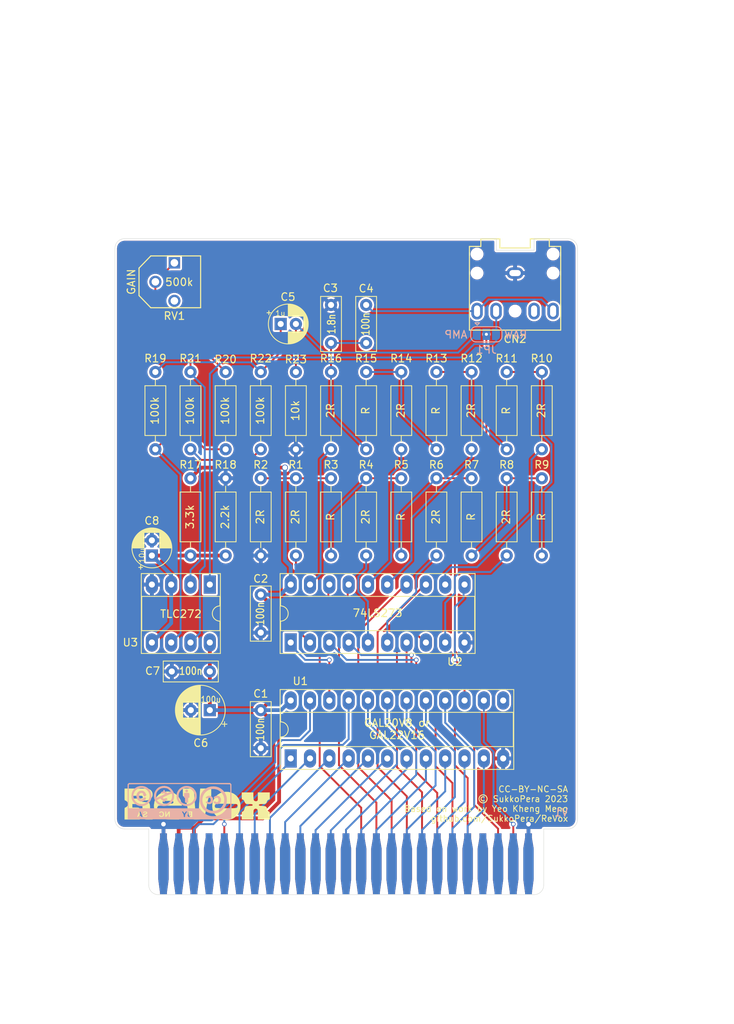
<source format=kicad_pcb>
(kicad_pcb (version 20171130) (host pcbnew 5.1.12)
  (title_block (title ReVox) (date 2023-12-20) (rev 1git) (company SukkoPera) (comment 1 "Based on work by Yeo Kheng Meng") (comment 2 "Licensed under CC BY-NC-SA 4.0"))
  (layers (0 F.Cu signal) (31 B.Cu signal) (36 B.SilkS user) (37 F.SilkS user) (38 B.Mask user) (39 F.Mask user) (44 Edge.Cuts user))
  (net 0 "")
  (net 1 GND)
  (net 2 +5V)
  (net 3 /d7)
  (net 4 /d6)
  (net 5 /d4)
  (net 6 /d5)
  (net 7 /d3)
  (net 8 /d2)
  (net 9 /d1)
  (net 10 /d0)
  (net 11 /r_~w)
  (net 12 /phi2)
  (net 13 /~reset)
  (net 14 /a15)
  (net 15 /a14)
  (net 16 /a13)
  (net 17 /a12)
  (net 18 /a11)
  (net 19 /a10)
  (net 20 /a9)
  (net 21 /a8)
  (net 22 /a7)
  (net 23 /a6)
  (net 24 /a5)
  (net 25 /a4)
  (net 26 /a1)
  (net 27 /a0)
  (net 28 /a3)
  (net 29 /a2)
  (net 30 /analog_audio)
  (net 31 /amplified_audio)
  (net 32 /ext_audio)
  (net 33 /b0)
  (net 34 "Net-(R1-Pad2)")
  (net 35 "Net-(R3-Pad1)")
  (net 36 /b1)
  (net 37 "Net-(R5-Pad1)")
  (net 38 /b2)
  (net 39 "Net-(R7-Pad1)")
  (net 40 /b3)
  (net 41 "Net-(R10-Pad2)")
  (net 42 /b4)
  (net 43 "Net-(R11-Pad1)")
  (net 44 /b5)
  (net 45 "Net-(R13-Pad1)")
  (net 46 /b6)
  (net 47 /b7)
  (net 48 /amplifier_in)
  (net 49 /latch_clear)
  (net 50 /latch_clk)
  (net 51 "Net-(CN2-PadRN)")
  (net 52 VCOM)
  (net 53 "Net-(CN1-PadBB)")
  (net 54 "Net-(CN1-PadAA)")
  (net 55 "Net-(CN1-PadZ)")
  (net 56 "Net-(CN1-PadE)")
  (net 57 "Net-(CN1-PadD)")
  (net 58 "Net-(CN1-PadB)")
  (net 59 "Net-(CN1-Pad4)")
  (net 60 "Net-(CN1-Pad22)")
  (net 61 "Net-(CN1-Pad13)")
  (net 62 "Net-(CN1-Pad12)")
  (net 63 "Net-(CN1-Pad11)")
  (net 64 "Net-(CN1-Pad10)")
  (net 65 "Net-(CN1-Pad9)")
  (net 66 "Net-(CN1-Pad8)")
  (net 67 "Net-(CN1-Pad7)")
  (net 68 "Net-(CN1-Pad6)")
  (net 69 "Net-(R19-Pad1)")
  (net 70 "Net-(R20-Pad1)")
  (net 71 "Net-(R21-Pad1)")
  (net 72 "Net-(R21-Pad2)")
  (net 73 "Net-(RV1-Pad3)")
  (net 74 "Net-(U1-Pad13)")
  (net 75 "Net-(C3-Pad2)")
  (net 76 "Net-(C5-Pad1)")
  (module ReVox:AudioJack_SJ1-3525N (layer F.Cu) (at 174.411 66.374 180)
    (fp_text reference CN2 (at 0 -8.664999 180) (layer F.SilkS))
    (fp_text value RAW_OUT)
    (pad S thru_hole oval (at 0 0 180) (size 2.2 1.5) (drill oval 1.5 0.8) (layers *.Cu *.Mask) (net 1 GND))
    (pad "" np_thru_hole circle (at -5 0 180) (size 1.2 1.2) (drill 1.2) (layers *.Cu *.Mask))
    (pad "" np_thru_hole circle (at -5 2.5 180) (size 1.2 1.2) (drill 1.2) (layers *.Cu *.Mask))
    (pad "" np_thru_hole circle (at 5 0 180) (size 1.2 1.2) (drill 1.2) (layers *.Cu *.Mask))
    (pad "" np_thru_hole circle (at 5 2.5 180) (size 1.2 1.2) (drill 1.2) (layers *.Cu *.Mask))
    (pad "" np_thru_hole circle (at 0 -5 180) (size 1.2 1.2) (drill 1.2) (layers *.Cu *.Mask))
    (pad RN thru_hole oval (at -2.5 -5 180) (size 1.5 2.2) (drill oval 0.8 1.5) (layers *.Cu *.Mask) (net 51 "Net-(CN2-PadRN)"))
    (pad R thru_hole oval (at -5 -5 180) (size 1.5 2.2) (drill oval 0.8 1.5) (layers *.Cu *.Mask) (net 30 /analog_audio))
    (pad TN thru_hole oval (at 2.5 -5 180) (size 1.5 2.2) (drill oval 0.8 1.5) (layers *.Cu *.Mask) (net 48 /amplifier_in))
    (pad T thru_hole oval (at 5 -5 180) (size 1.5 2.2) (drill oval 0.8 1.5) (layers *.Cu *.Mask) (net 30 /analog_audio))
  )
  (module Resistor_THT:R_Axial_DIN0207_L6.3mm_D2.5mm_P10.16mm_Horizontal (layer F.Cu) (at 140.97 79.375 270)
    (fp_text reference R22 (at -1.778 0 180) (layer F.SilkS))
    (fp_text value 100k (at 5.08 0.0675 90) (layer F.SilkS))
    (pad 1 thru_hole circle (at 0 0 270) (size 1.6 1.6) (drill 0.8) (layers *.Cu *.Mask) (net 76 "Net-(C5-Pad1)"))
    (pad 2 thru_hole oval (at 10.16 0 270) (size 1.6 1.6) (drill 0.8) (layers *.Cu *.Mask) (net 72 "Net-(R21-Pad2)"))
  )
  (module Package_DIP:DIP-8_W7.62mm_Socket_LongPads (layer F.Cu) (at 134.27075 107.315 270)
    (fp_text reference U3 (at 7.62 10.44575 180) (layer F.SilkS))
    (fp_text value TLC272 (at 3.8675 3.8 180) (layer F.SilkS))
    (pad 8 thru_hole oval (at 7.62 0 270) (size 2.4 1.6) (drill 0.8) (layers *.Cu *.Mask) (net 2 +5V))
    (pad 4 thru_hole oval (at 0 7.62 270) (size 2.4 1.6) (drill 0.8) (layers *.Cu *.Mask) (net 1 GND))
    (pad 7 thru_hole oval (at 7.62 2.54 270) (size 2.4 1.6) (drill 0.8) (layers *.Cu *.Mask) (net 71 "Net-(R21-Pad1)"))
    (pad 3 thru_hole oval (at 0 5.08 270) (size 2.4 1.6) (drill 0.8) (layers *.Cu *.Mask) (net 52 VCOM))
    (pad 6 thru_hole oval (at 7.62 5.08 270) (size 2.4 1.6) (drill 0.8) (layers *.Cu *.Mask) (net 69 "Net-(R19-Pad1)"))
    (pad 2 thru_hole oval (at 0 2.54 270) (size 2.4 1.6) (drill 0.8) (layers *.Cu *.Mask) (net 72 "Net-(R21-Pad2)"))
    (pad 5 thru_hole oval (at 7.62 7.62 270) (size 2.4 1.6) (drill 0.8) (layers *.Cu *.Mask) (net 52 VCOM))
    (pad 1 thru_hole rect (at 0 0 270) (size 2.4 1.6) (drill 0.8) (layers *.Cu *.Mask) (net 76 "Net-(C5-Pad1)"))
  )
  (module Capacitor_THT:C_Disc_D7.0mm_W2.5mm_P5.00mm (layer F.Cu) (at 134.27075 118.745 180)
    (fp_text reference C7 (at 7.52475 0.0675) (layer F.SilkS))
    (fp_text value 100n (at 2.5 0.0675) (layer F.SilkS) (effects (font (size 1 0.8))))
    (pad 1 thru_hole circle (at 0 0 180) (size 1.6 1.6) (drill 0.8) (layers *.Cu *.Mask) (net 2 +5V))
    (pad 2 thru_hole circle (at 5 0 225) (size 1.6 1.6) (drill 0.8) (layers *.Cu *.Mask) (net 1 GND))
  )
  (module Capacitor_THT:CP_Radial_D6.3mm_P2.50mm (layer F.Cu) (at 134.27075 123.825 180)
    (fp_text reference C6 (at 1.18238 -4.318) (layer F.SilkS))
    (fp_text value 100u (at -0.127 1.397) (layer F.SilkS) (effects (font (size 0.8 0.7) (thickness 0.12))))
    (pad 2 thru_hole circle (at 2.5 0 225) (size 1.6 1.6) (drill 0.8) (layers *.Cu *.Mask) (net 1 GND))
    (pad 1 thru_hole rect (at 0 0 180) (size 1.6 1.6) (drill 0.8) (layers *.Cu *.Mask) (net 2 +5V))
  )
  (module ReVox:C16_Cart_Conn (layer F.Cu) (at 152.177 144.018)
    (fp_text reference CN1 hide)
    (fp_text value EXPANSION_PORT hide)
    (pad 3 smd custom (at -20 0) (size 0.9 8) (layers F.Cu) (net 2 +5V) (options (clearance outline) (anchor rect)) (primitives (gr_poly (pts (xy 0.632 -2) (xy 0.632 2.032) (xy 0.378 3.937) (xy -0.384 3.937) (xy -0.638 2.032) (xy -0.638 -2) (xy -0.384 -3.5) (xy 0.378 -3.5)) (width 0.1))))
    (pad CC smd custom (at 24 0) (size 0.9 8) (layers B.Cu) (net 1 GND) (options (clearance outline) (anchor rect)) (primitives (gr_poly (pts (xy 0.632 -2) (xy 0.632 2.032) (xy 0.378 3.937) (xy -0.384 3.937) (xy -0.638 2.032) (xy -0.638 -2) (xy -0.384 -3.5) (xy 0.378 -3.5)) (width 0.1))))
    (pad BB smd custom (at 22 0) (size 0.9 8) (layers B.Cu) (net 53 "Net-(CN1-PadBB)") (options (clearance outline) (anchor rect)) (primitives (gr_poly (pts (xy 0.632 -2) (xy 0.632 2.032) (xy 0.378 3.937) (xy -0.384 3.937) (xy -0.638 2.032) (xy -0.638 -2) (xy -0.384 -3.5) (xy 0.378 -3.5)) (width 0.1))))
    (pad AA smd custom (at 20 0) (size 0.9 8) (layers B.Cu) (net 54 "Net-(CN1-PadAA)") (options (clearance outline) (anchor rect)) (primitives (gr_poly (pts (xy 0.632 -2) (xy 0.632 2.032) (xy 0.378 3.937) (xy -0.384 3.937) (xy -0.638 2.032) (xy -0.638 -2) (xy -0.384 -3.5) (xy 0.378 -3.5)) (width 0.1))))
    (pad Z smd custom (at 18 0) (size 0.9 8) (layers B.Cu) (net 55 "Net-(CN1-PadZ)") (options (clearance outline) (anchor rect)) (primitives (gr_poly (pts (xy 0.632 -2) (xy 0.632 2.032) (xy 0.378 3.937) (xy -0.384 3.937) (xy -0.638 2.032) (xy -0.638 -2) (xy -0.384 -3.5) (xy 0.378 -3.5)) (width 0.1))))
    (pad Y smd custom (at 16 0) (size 0.9 8) (layers B.Cu) (net 27 /a0) (options (clearance outline) (anchor rect)) (primitives (gr_poly (pts (xy 0.632 -2) (xy 0.632 2.032) (xy 0.378 3.937) (xy -0.384 3.937) (xy -0.638 2.032) (xy -0.638 -2) (xy -0.384 -3.5) (xy 0.378 -3.5)) (width 0.1))))
    (pad X smd custom (at 14 0) (size 0.9 8) (layers B.Cu) (net 26 /a1) (options (clearance outline) (anchor rect)) (primitives (gr_poly (pts (xy 0.632 -2) (xy 0.632 2.032) (xy 0.378 3.937) (xy -0.384 3.937) (xy -0.638 2.032) (xy -0.638 -2) (xy -0.384 -3.5) (xy 0.378 -3.5)) (width 0.1))))
    (pad W smd custom (at 12 0) (size 0.9 8) (layers B.Cu) (net 29 /a2) (options (clearance outline) (anchor rect)) (primitives (gr_poly (pts (xy 0.632 -2) (xy 0.632 2.032) (xy 0.378 3.937) (xy -0.384 3.937) (xy -0.638 2.032) (xy -0.638 -2) (xy -0.384 -3.5) (xy 0.378 -3.5)) (width 0.1))))
    (pad V smd custom (at 10 0) (size 0.9 8) (layers B.Cu) (net 28 /a3) (options (clearance outline) (anchor rect)) (primitives (gr_poly (pts (xy 0.632 -2) (xy 0.632 2.032) (xy 0.378 3.937) (xy -0.384 3.937) (xy -0.638 2.032) (xy -0.638 -2) (xy -0.384 -3.5) (xy 0.378 -3.5)) (width 0.1))))
    (pad U smd custom (at 8 0) (size 0.9 8) (layers B.Cu) (net 25 /a4) (options (clearance outline) (anchor rect)) (primitives (gr_poly (pts (xy 0.632 -2) (xy 0.632 2.032) (xy 0.378 3.937) (xy -0.384 3.937) (xy -0.638 2.032) (xy -0.638 -2) (xy -0.384 -3.5) (xy 0.378 -3.5)) (width 0.1))))
    (pad T smd custom (at 6 0) (size 0.9 8) (layers B.Cu) (net 24 /a5) (options (clearance outline) (anchor rect)) (primitives (gr_poly (pts (xy 0.632 -2) (xy 0.632 2.032) (xy 0.378 3.937) (xy -0.384 3.937) (xy -0.638 2.032) (xy -0.638 -2) (xy -0.384 -3.5) (xy 0.378 -3.5)) (width 0.1))))
    (pad S smd custom (at 4 0) (size 0.9 8) (layers B.Cu) (net 23 /a6) (options (clearance outline) (anchor rect)) (primitives (gr_poly (pts (xy 0.632 -2) (xy 0.632 2.032) (xy 0.378 3.937) (xy -0.384 3.937) (xy -0.638 2.032) (xy -0.638 -2) (xy -0.384 -3.5) (xy 0.378 -3.5)) (width 0.1))))
    (pad R smd custom (at 2 0) (size 0.9 8) (layers B.Cu) (net 22 /a7) (options (clearance outline) (anchor rect)) (primitives (gr_poly (pts (xy 0.632 -2) (xy 0.632 2.032) (xy 0.378 3.937) (xy -0.384 3.937) (xy -0.638 2.032) (xy -0.638 -2) (xy -0.384 -3.5) (xy 0.378 -3.5)) (width 0.1))))
    (pad P smd custom (at 0 0) (size 0.9 8) (layers B.Cu) (net 21 /a8) (options (clearance outline) (anchor rect)) (primitives (gr_poly (pts (xy 0.632 -2) (xy 0.632 2.032) (xy 0.378 3.937) (xy -0.384 3.937) (xy -0.638 2.032) (xy -0.638 -2) (xy -0.384 -3.5) (xy 0.378 -3.5)) (width 0.1))))
    (pad N smd custom (at -2 0) (size 0.9 8) (layers B.Cu) (net 20 /a9) (options (clearance outline) (anchor rect)) (primitives (gr_poly (pts (xy 0.632 -2) (xy 0.632 2.032) (xy 0.378 3.937) (xy -0.384 3.937) (xy -0.638 2.032) (xy -0.638 -2) (xy -0.384 -3.5) (xy 0.378 -3.5)) (width 0.1))))
    (pad M smd custom (at -4 0) (size 0.9 8) (layers B.Cu) (net 19 /a10) (options (clearance outline) (anchor rect)) (primitives (gr_poly (pts (xy 0.632 -2) (xy 0.632 2.032) (xy 0.378 3.937) (xy -0.384 3.937) (xy -0.638 2.032) (xy -0.638 -2) (xy -0.384 -3.5) (xy 0.378 -3.5)) (width 0.1))))
    (pad L smd custom (at -6 0) (size 0.9 8) (layers B.Cu) (net 18 /a11) (options (clearance outline) (anchor rect)) (primitives (gr_poly (pts (xy 0.632 -2) (xy 0.632 2.032) (xy 0.378 3.937) (xy -0.384 3.937) (xy -0.638 2.032) (xy -0.638 -2) (xy -0.384 -3.5) (xy 0.378 -3.5)) (width 0.1))))
    (pad K smd custom (at -8 0) (size 0.9 8) (layers B.Cu) (net 17 /a12) (options (clearance outline) (anchor rect)) (primitives (gr_poly (pts (xy 0.632 -2) (xy 0.632 2.032) (xy 0.378 3.937) (xy -0.384 3.937) (xy -0.638 2.032) (xy -0.638 -2) (xy -0.384 -3.5) (xy 0.378 -3.5)) (width 0.1))))
    (pad J smd custom (at -10 0) (size 0.9 8) (layers B.Cu) (net 16 /a13) (options (clearance outline) (anchor rect)) (primitives (gr_poly (pts (xy 0.632 -2) (xy 0.632 2.032) (xy 0.378 3.937) (xy -0.384 3.937) (xy -0.638 2.032) (xy -0.638 -2) (xy -0.384 -3.5) (xy 0.378 -3.5)) (width 0.1))))
    (pad H smd custom (at -12 0) (size 0.9 8) (layers B.Cu) (net 15 /a14) (options (clearance outline) (anchor rect)) (primitives (gr_poly (pts (xy 0.632 -2) (xy 0.632 2.032) (xy 0.378 3.937) (xy -0.384 3.937) (xy -0.638 2.032) (xy -0.638 -2) (xy -0.384 -3.5) (xy 0.378 -3.5)) (width 0.1))))
    (pad F smd custom (at -14 0) (size 0.9 8) (layers B.Cu) (net 14 /a15) (options (clearance outline) (anchor rect)) (primitives (gr_poly (pts (xy 0.632 -2) (xy 0.632 2.032) (xy 0.378 3.937) (xy -0.384 3.937) (xy -0.638 2.032) (xy -0.638 -2) (xy -0.384 -3.5) (xy 0.378 -3.5)) (width 0.1))))
    (pad E smd custom (at -16 0) (size 0.9 8) (layers B.Cu) (net 56 "Net-(CN1-PadE)") (options (clearance outline) (anchor rect)) (primitives (gr_poly (pts (xy 0.632 -2) (xy 0.632 2.032) (xy 0.378 3.937) (xy -0.384 3.937) (xy -0.638 2.032) (xy -0.638 -2) (xy -0.384 -3.5) (xy 0.378 -3.5)) (width 0.1))))
    (pad D smd custom (at -18 0) (size 0.9 8) (layers B.Cu) (net 57 "Net-(CN1-PadD)") (options (clearance outline) (anchor rect)) (primitives (gr_poly (pts (xy 0.632 -2) (xy 0.632 2.032) (xy 0.378 3.937) (xy -0.384 3.937) (xy -0.638 2.032) (xy -0.638 -2) (xy -0.384 -3.5) (xy 0.378 -3.5)) (width 0.1))))
    (pad C smd custom (at -20 0) (size 0.9 8) (layers B.Cu) (net 13 /~reset) (options (clearance outline) (anchor rect)) (primitives (gr_poly (pts (xy 0.632 -2) (xy 0.632 2.032) (xy 0.378 3.937) (xy -0.384 3.937) (xy -0.638 2.032) (xy -0.638 -2) (xy -0.384 -3.5) (xy 0.378 -3.5)) (width 0.1))))
    (pad A smd custom (at -24 0) (size 0.9 8) (layers B.Cu) (net 1 GND) (options (clearance outline) (anchor rect)) (primitives (gr_poly (pts (xy 0.632 -2) (xy 0.632 2.032) (xy 0.378 3.937) (xy -0.384 3.937) (xy -0.638 2.032) (xy -0.638 -2) (xy -0.384 -3.5) (xy 0.378 -3.5)) (width 0.1))))
    (pad B smd custom (at -22 0) (size 0.9 8) (layers B.Cu) (net 58 "Net-(CN1-PadB)") (options (clearance outline) (anchor rect)) (primitives (gr_poly (pts (xy 0.632 -2) (xy 0.632 2.032) (xy 0.378 3.937) (xy -0.384 3.937) (xy -0.638 2.032) (xy -0.638 -2) (xy -0.384 -3.5) (xy 0.378 -3.5)) (width 0.1))))
    (pad 24 smd custom (at 22 0) (size 0.9 8) (layers F.Cu) (net 12 /phi2) (options (clearance outline) (anchor rect)) (primitives (gr_poly (pts (xy 0.632 -2) (xy 0.632 2.032) (xy 0.378 3.937) (xy -0.384 3.937) (xy -0.638 2.032) (xy -0.638 -2) (xy -0.384 -3.5) (xy 0.378 -3.5)) (width 0.1))))
    (pad 23 smd custom (at 20 0) (size 0.9 8) (layers F.Cu) (net 32 /ext_audio) (options (clearance outline) (anchor rect)) (primitives (gr_poly (pts (xy 0.632 -2) (xy 0.632 2.032) (xy 0.378 3.937) (xy -0.384 3.937) (xy -0.638 2.032) (xy -0.638 -2) (xy -0.384 -3.5) (xy 0.378 -3.5)) (width 0.1))))
    (pad 5 smd custom (at -16 0) (size 0.9 8) (layers F.Cu) (net 11 /r_~w) (options (clearance outline) (anchor rect)) (primitives (gr_poly (pts (xy 0.632 -2) (xy 0.632 2.032) (xy 0.378 3.937) (xy -0.384 3.937) (xy -0.638 2.032) (xy -0.638 -2) (xy -0.384 -3.5) (xy 0.378 -3.5)) (width 0.1))))
    (pad 4 smd custom (at -18 0) (size 0.9 8) (layers F.Cu) (net 59 "Net-(CN1-Pad4)") (options (clearance outline) (anchor rect)) (primitives (gr_poly (pts (xy 0.632 -2) (xy 0.632 2.032) (xy 0.378 3.937) (xy -0.384 3.937) (xy -0.638 2.032) (xy -0.638 -2) (xy -0.384 -3.5) (xy 0.378 -3.5)) (width 0.1))))
    (pad 22 smd custom (at 18 0) (size 0.9 8) (layers F.Cu) (net 60 "Net-(CN1-Pad22)") (options (clearance outline) (anchor rect)) (primitives (gr_poly (pts (xy 0.632 -2) (xy 0.632 2.032) (xy 0.378 3.937) (xy -0.384 3.937) (xy -0.638 2.032) (xy -0.638 -2) (xy -0.384 -3.5) (xy 0.378 -3.5)) (width 0.1))))
    (pad 25 smd custom (at 24 0) (size 0.9 8) (layers F.Cu) (net 1 GND) (options (clearance outline) (anchor rect)) (primitives (gr_poly (pts (xy 0.632 -2) (xy 0.632 2.032) (xy 0.378 3.937) (xy -0.384 3.937) (xy -0.638 2.032) (xy -0.638 -2) (xy -0.384 -3.5) (xy 0.378 -3.5)) (width 0.1))))
    (pad 21 smd custom (at 16 0) (size 0.9 8) (layers F.Cu) (net 10 /d0) (options (clearance outline) (anchor rect)) (primitives (gr_poly (pts (xy 0.632 -2) (xy 0.632 2.032) (xy 0.378 3.937) (xy -0.384 3.937) (xy -0.638 2.032) (xy -0.638 -2) (xy -0.384 -3.5) (xy 0.378 -3.5)) (width 0.1))))
    (pad 20 smd custom (at 14 0) (size 0.9 8) (layers F.Cu) (net 9 /d1) (options (clearance outline) (anchor rect)) (primitives (gr_poly (pts (xy 0.632 -2) (xy 0.632 2.032) (xy 0.378 3.937) (xy -0.384 3.937) (xy -0.638 2.032) (xy -0.638 -2) (xy -0.384 -3.5) (xy 0.378 -3.5)) (width 0.1))))
    (pad 19 smd custom (at 12 0) (size 0.9 8) (layers F.Cu) (net 8 /d2) (options (clearance outline) (anchor rect)) (primitives (gr_poly (pts (xy 0.632 -2) (xy 0.632 2.032) (xy 0.378 3.937) (xy -0.384 3.937) (xy -0.638 2.032) (xy -0.638 -2) (xy -0.384 -3.5) (xy 0.378 -3.5)) (width 0.1))))
    (pad 18 smd custom (at 10 0) (size 0.9 8) (layers F.Cu) (net 7 /d3) (options (clearance outline) (anchor rect)) (primitives (gr_poly (pts (xy 0.632 -2) (xy 0.632 2.032) (xy 0.378 3.937) (xy -0.384 3.937) (xy -0.638 2.032) (xy -0.638 -2) (xy -0.384 -3.5) (xy 0.378 -3.5)) (width 0.1))))
    (pad 16 smd custom (at 6 0) (size 0.9 8) (layers F.Cu) (net 6 /d5) (options (clearance outline) (anchor rect)) (primitives (gr_poly (pts (xy 0.632 -2) (xy 0.632 2.032) (xy 0.378 3.937) (xy -0.384 3.937) (xy -0.638 2.032) (xy -0.638 -2) (xy -0.384 -3.5) (xy 0.378 -3.5)) (width 0.1))))
    (pad 17 smd custom (at 8 0) (size 0.9 8) (layers F.Cu) (net 5 /d4) (options (clearance outline) (anchor rect)) (primitives (gr_poly (pts (xy 0.632 -2) (xy 0.632 2.032) (xy 0.378 3.937) (xy -0.384 3.937) (xy -0.638 2.032) (xy -0.638 -2) (xy -0.384 -3.5) (xy 0.378 -3.5)) (width 0.1))))
    (pad 15 smd custom (at 4 0) (size 0.9 8) (layers F.Cu) (net 4 /d6) (options (clearance outline) (anchor rect)) (primitives (gr_poly (pts (xy 0.632 -2) (xy 0.632 2.032) (xy 0.378 3.937) (xy -0.384 3.937) (xy -0.638 2.032) (xy -0.638 -2) (xy -0.384 -3.5) (xy 0.378 -3.5)) (width 0.1))))
    (pad 14 smd custom (at 2 0) (size 0.9 8) (layers F.Cu) (net 3 /d7) (options (clearance outline) (anchor rect)) (primitives (gr_poly (pts (xy 0.632 -2) (xy 0.632 2.032) (xy 0.378 3.937) (xy -0.384 3.937) (xy -0.638 2.032) (xy -0.638 -2) (xy -0.384 -3.5) (xy 0.378 -3.5)) (width 0.1))))
    (pad 13 smd custom (at 0 0) (size 0.9 8) (layers F.Cu) (net 61 "Net-(CN1-Pad13)") (options (clearance outline) (anchor rect)) (primitives (gr_poly (pts (xy 0.632 -2) (xy 0.632 2.032) (xy 0.378 3.937) (xy -0.384 3.937) (xy -0.638 2.032) (xy -0.638 -2) (xy -0.384 -3.5) (xy 0.378 -3.5)) (width 0.1))))
    (pad 12 smd custom (at -2 0) (size 0.9 8) (layers F.Cu) (net 62 "Net-(CN1-Pad12)") (options (clearance outline) (anchor rect)) (primitives (gr_poly (pts (xy 0.632 -2) (xy 0.632 2.032) (xy 0.378 3.937) (xy -0.384 3.937) (xy -0.638 2.032) (xy -0.638 -2) (xy -0.384 -3.5) (xy 0.378 -3.5)) (width 0.1))))
    (pad 11 smd custom (at -4 0) (size 0.9 8) (layers F.Cu) (net 63 "Net-(CN1-Pad11)") (options (clearance outline) (anchor rect)) (primitives (gr_poly (pts (xy 0.632 -2) (xy 0.632 2.032) (xy 0.378 3.937) (xy -0.384 3.937) (xy -0.638 2.032) (xy -0.638 -2) (xy -0.384 -3.5) (xy 0.378 -3.5)) (width 0.1))))
    (pad 10 smd custom (at -6 0) (size 0.9 8) (layers F.Cu) (net 64 "Net-(CN1-Pad10)") (options (clearance outline) (anchor rect)) (primitives (gr_poly (pts (xy 0.632 -2) (xy 0.632 2.032) (xy 0.378 3.937) (xy -0.384 3.937) (xy -0.638 2.032) (xy -0.638 -2) (xy -0.384 -3.5) (xy 0.378 -3.5)) (width 0.1))))
    (pad 9 smd custom (at -8 0) (size 0.9 8) (layers F.Cu) (net 65 "Net-(CN1-Pad9)") (options (clearance outline) (anchor rect)) (primitives (gr_poly (pts (xy 0.632 -2) (xy 0.632 2.032) (xy 0.378 3.937) (xy -0.384 3.937) (xy -0.638 2.032) (xy -0.638 -2) (xy -0.384 -3.5) (xy 0.378 -3.5)) (width 0.1))))
    (pad 8 smd custom (at -10 0) (size 0.9 8) (layers F.Cu) (net 66 "Net-(CN1-Pad8)") (options (clearance outline) (anchor rect)) (primitives (gr_poly (pts (xy 0.632 -2) (xy 0.632 2.032) (xy 0.378 3.937) (xy -0.384 3.937) (xy -0.638 2.032) (xy -0.638 -2) (xy -0.384 -3.5) (xy 0.378 -3.5)) (width 0.1))))
    (pad 7 smd custom (at -12 0) (size 0.9 8) (layers F.Cu) (net 67 "Net-(CN1-Pad7)") (options (clearance outline) (anchor rect)) (primitives (gr_poly (pts (xy 0.632 -2) (xy 0.632 2.032) (xy 0.378 3.937) (xy -0.384 3.937) (xy -0.638 2.032) (xy -0.638 -2) (xy -0.384 -3.5) (xy 0.378 -3.5)) (width 0.1))))
    (pad 6 smd custom (at -14 0) (size 0.9 8) (layers F.Cu) (net 68 "Net-(CN1-Pad6)") (options (clearance outline) (anchor rect)) (primitives (gr_poly (pts (xy 0.632 -2) (xy 0.632 2.032) (xy 0.378 3.937) (xy -0.384 3.937) (xy -0.638 2.032) (xy -0.638 -2) (xy -0.384 -3.5) (xy 0.378 -3.5)) (width 0.1))))
    (pad 1 smd custom (at -24 0) (size 0.9 8) (layers F.Cu) (net 1 GND) (options (clearance outline) (anchor rect)) (primitives (gr_poly (pts (xy 0.632 -2) (xy 0.632 2.032) (xy 0.378 3.937) (xy -0.384 3.937) (xy -0.638 2.032) (xy -0.638 -2) (xy -0.384 -3.5) (xy 0.378 -3.5)) (width 0.1))))
    (pad 2 smd custom (at -22 0) (size 0.9 8) (layers F.Cu) (net 2 +5V) (options (clearance outline) (anchor rect)) (primitives (gr_poly (pts (xy 0.632 -2) (xy 0.632 2.032) (xy 0.378 3.937) (xy -0.384 3.937) (xy -0.638 2.032) (xy -0.638 -2) (xy -0.384 -3.5) (xy 0.378 -3.5)) (width 0.1))))
  )
  (module ReVox:logo (layer F.Cu) (at 132.588 136.207603)
    (fp_text reference V0 hide)
    (fp_text value LOGO hide)
  )
  (module Capacitor_THT:C_Disc_D7.0mm_W2.5mm_P5.00mm (layer F.Cu) (at 140.97 123.825 270)
    (fp_text reference C1 (at -2.159 0 180) (layer F.SilkS))
    (fp_text value 100n (at 2.5 0.0675 90) (layer F.SilkS) (effects (font (size 1 0.8))))
    (pad 1 thru_hole circle (at 0 0 270) (size 1.6 1.6) (drill 0.8) (layers *.Cu *.Mask) (net 2 +5V))
    (pad 2 thru_hole circle (at 5 0 315) (size 1.6 1.6) (drill 0.8) (layers *.Cu *.Mask) (net 1 GND))
  )
  (module Package_DIP:DIP-24_W7.62mm_Socket_LongPads (layer F.Cu) (at 144.907 130.175 90)
    (fp_text reference U1 (at 10.16 1.27 180) (layer F.SilkS))
    (fp_text value GAL20V8)
    (pad 1 thru_hole rect (at 0 0 90) (size 2.4 1.6) (drill 0.8) (layers *.Cu *.Mask) (net 14 /a15))
    (pad 13 thru_hole oval (at 7.62 27.94 90) (size 2.4 1.6) (drill 0.8) (layers *.Cu *.Mask) (net 74 "Net-(U1-Pad13)"))
    (pad 2 thru_hole oval (at 0 2.54 90) (size 2.4 1.6) (drill 0.8) (layers *.Cu *.Mask) (net 15 /a14))
    (pad 14 thru_hole oval (at 7.62 25.4 90) (size 2.4 1.6) (drill 0.8) (layers *.Cu *.Mask) (net 12 /phi2))
    (pad 3 thru_hole oval (at 0 5.08 90) (size 2.4 1.6) (drill 0.8) (layers *.Cu *.Mask) (net 16 /a13))
    (pad 15 thru_hole oval (at 7.62 22.86 90) (size 2.4 1.6) (drill 0.8) (layers *.Cu *.Mask) (net 50 /latch_clk))
    (pad 4 thru_hole oval (at 0 7.62 90) (size 2.4 1.6) (drill 0.8) (layers *.Cu *.Mask) (net 17 /a12))
    (pad 16 thru_hole oval (at 7.62 20.32 90) (size 2.4 1.6) (drill 0.8) (layers *.Cu *.Mask) (net 26 /a1))
    (pad 5 thru_hole oval (at 0 10.16 90) (size 2.4 1.6) (drill 0.8) (layers *.Cu *.Mask) (net 18 /a11))
    (pad 17 thru_hole oval (at 7.62 17.78 90) (size 2.4 1.6) (drill 0.8) (layers *.Cu *.Mask) (net 28 /a3))
    (pad 6 thru_hole oval (at 0 12.7 90) (size 2.4 1.6) (drill 0.8) (layers *.Cu *.Mask) (net 19 /a10))
    (pad 18 thru_hole oval (at 7.62 15.24 90) (size 2.4 1.6) (drill 0.8) (layers *.Cu *.Mask) (net 24 /a5))
    (pad 7 thru_hole oval (at 0 15.24 90) (size 2.4 1.6) (drill 0.8) (layers *.Cu *.Mask) (net 21 /a8))
    (pad 19 thru_hole oval (at 7.62 12.7 90) (size 2.4 1.6) (drill 0.8) (layers *.Cu *.Mask) (net 22 /a7))
    (pad 8 thru_hole oval (at 0 17.78 90) (size 2.4 1.6) (drill 0.8) (layers *.Cu *.Mask) (net 23 /a6))
    (pad 20 thru_hole oval (at 7.62 10.16 90) (size 2.4 1.6) (drill 0.8) (layers *.Cu *.Mask) (net 20 /a9))
    (pad 9 thru_hole oval (at 0 20.32 90) (size 2.4 1.6) (drill 0.8) (layers *.Cu *.Mask) (net 25 /a4))
    (pad 21 thru_hole oval (at 7.62 7.62 90) (size 2.4 1.6) (drill 0.8) (layers *.Cu *.Mask) (net 11 /r_~w))
    (pad 10 thru_hole oval (at 0 22.86 90) (size 2.4 1.6) (drill 0.8) (layers *.Cu *.Mask) (net 29 /a2))
    (pad 22 thru_hole oval (at 7.62 5.08 90) (size 2.4 1.6) (drill 0.8) (layers *.Cu *.Mask) (net 49 /latch_clear))
    (pad 11 thru_hole oval (at 0 25.4 90) (size 2.4 1.6) (drill 0.8) (layers *.Cu *.Mask) (net 27 /a0))
    (pad 23 thru_hole oval (at 7.62 2.54 90) (size 2.4 1.6) (drill 0.8) (layers *.Cu *.Mask) (net 13 /~reset))
    (pad 12 thru_hole oval (at 0 27.94 90) (size 2.4 1.6) (drill 0.8) (layers *.Cu *.Mask) (net 1 GND))
    (pad 24 thru_hole oval (at 7.62 0 90) (size 2.4 1.6) (drill 0.8) (layers *.Cu *.Mask) (net 2 +5V))
  )
  (module ReVox:cc_by_nc_sa (layer B.Cu) (at 130.302 135.776809 180)
    (fp_text reference V1 hide)
    (fp_text value CC-BY-NC-SA hide)
  )
  (module Capacitor_THT:C_Disc_D7.0mm_W2.5mm_P5.00mm (layer F.Cu) (at 140.97 108.635 270)
    (fp_text reference C2 (at -2.082 0 180) (layer F.SilkS))
    (fp_text value 100n (at 2.5 0.0675 90) (layer F.SilkS) (effects (font (size 1 0.8))))
    (pad 1 thru_hole circle (at 0 0 270) (size 1.6 1.6) (drill 0.8) (layers *.Cu *.Mask) (net 2 +5V))
    (pad 2 thru_hole circle (at 5 0 315) (size 1.6 1.6) (drill 0.8) (layers *.Cu *.Mask) (net 1 GND))
  )
  (module Capacitor_THT:C_Disc_D7.0mm_W2.5mm_P5.00mm (layer F.Cu) (at 150.209249 70.565 270)
    (fp_text reference C3 (at -2.206 0.079375 180) (layer F.SilkS))
    (fp_text value 1.8n (at 2.5 -0.0675 90) (layer F.SilkS) (effects (font (size 1 0.8))))
    (pad 2 thru_hole circle (at 5 0 270) (size 1.6 1.6) (drill 0.8) (layers *.Cu *.Mask) (net 75 "Net-(C3-Pad2)"))
    (pad 1 thru_hole circle (at 0 0 270) (size 1.6 1.6) (drill 0.8) (layers *.Cu *.Mask) (net 1 GND))
  )
  (module Capacitor_THT:C_Disc_D7.0mm_W2.5mm_P5.00mm (layer F.Cu) (at 154.828875 70.565 270)
    (fp_text reference C4 (at -2.159 0 180) (layer F.SilkS))
    (fp_text value 100n (at 2.5 0.0675 90) (layer F.SilkS) (effects (font (size 1 0.8))))
    (pad 2 thru_hole circle (at 5 0 270) (size 1.6 1.6) (drill 0.8) (layers *.Cu *.Mask) (net 75 "Net-(C3-Pad2)"))
    (pad 1 thru_hole circle (at 0 0 270) (size 1.6 1.6) (drill 0.8) (layers *.Cu *.Mask) (net 30 /analog_audio))
  )
  (module Resistor_THT:R_Axial_DIN0207_L6.3mm_D2.5mm_P10.16mm_Horizontal (layer F.Cu) (at 145.589625 103.505 90)
    (fp_text reference R1 (at 11.938 0 180) (layer F.SilkS))
    (fp_text value 22k)
    (pad 1 thru_hole circle (at 0 0 90) (size 1.6 1.6) (drill 0.8) (layers *.Cu *.Mask) (net 33 /b0))
    (pad 2 thru_hole oval (at 10.16 0 90) (size 1.6 1.6) (drill 0.8) (layers *.Cu *.Mask) (net 34 "Net-(R1-Pad2)"))
  )
  (module Resistor_THT:R_Axial_DIN0207_L6.3mm_D2.5mm_P10.16mm_Horizontal (layer F.Cu) (at 140.97 93.345 270)
    (fp_text reference R2 (at -1.778 0 180) (layer F.SilkS))
    (fp_text value 22k)
    (pad 1 thru_hole circle (at 0 0 270) (size 1.6 1.6) (drill 0.8) (layers *.Cu *.Mask) (net 34 "Net-(R1-Pad2)"))
    (pad 2 thru_hole oval (at 10.16 0 270) (size 1.6 1.6) (drill 0.8) (layers *.Cu *.Mask) (net 1 GND))
  )
  (module Resistor_THT:R_Axial_DIN0207_L6.3mm_D2.5mm_P10.16mm_Horizontal (layer F.Cu) (at 150.20925 103.505 90)
    (fp_text reference R3 (at 11.938 0 180) (layer F.SilkS))
    (fp_text value 11k)
    (pad 2 thru_hole oval (at 10.16 0 90) (size 1.6 1.6) (drill 0.8) (layers *.Cu *.Mask) (net 34 "Net-(R1-Pad2)"))
    (pad 1 thru_hole circle (at 0 0 90) (size 1.6 1.6) (drill 0.8) (layers *.Cu *.Mask) (net 35 "Net-(R3-Pad1)"))
  )
  (module Resistor_THT:R_Axial_DIN0207_L6.3mm_D2.5mm_P10.16mm_Horizontal (layer F.Cu) (at 154.828875 103.505 90)
    (fp_text reference R4 (at 11.938 0 180) (layer F.SilkS))
    (fp_text value 22k)
    (pad 2 thru_hole oval (at 10.16 0 90) (size 1.6 1.6) (drill 0.8) (layers *.Cu *.Mask) (net 35 "Net-(R3-Pad1)"))
    (pad 1 thru_hole circle (at 0 0 90) (size 1.6 1.6) (drill 0.8) (layers *.Cu *.Mask) (net 36 /b1))
  )
  (module Resistor_THT:R_Axial_DIN0207_L6.3mm_D2.5mm_P10.16mm_Horizontal (layer F.Cu) (at 159.4485 103.505 90)
    (fp_text reference R5 (at 11.938 0 180) (layer F.SilkS))
    (fp_text value 11k)
    (pad 1 thru_hole circle (at 0 0 90) (size 1.6 1.6) (drill 0.8) (layers *.Cu *.Mask) (net 37 "Net-(R5-Pad1)"))
    (pad 2 thru_hole oval (at 10.16 0 90) (size 1.6 1.6) (drill 0.8) (layers *.Cu *.Mask) (net 35 "Net-(R3-Pad1)"))
  )
  (module Resistor_THT:R_Axial_DIN0207_L6.3mm_D2.5mm_P10.16mm_Horizontal (layer F.Cu) (at 164.068125 103.505 90)
    (fp_text reference R6 (at 11.938 0 180) (layer F.SilkS))
    (fp_text value 22k)
    (pad 2 thru_hole oval (at 10.16 0 90) (size 1.6 1.6) (drill 0.8) (layers *.Cu *.Mask) (net 37 "Net-(R5-Pad1)"))
    (pad 1 thru_hole circle (at 0 0 90) (size 1.6 1.6) (drill 0.8) (layers *.Cu *.Mask) (net 38 /b2))
  )
  (module Resistor_THT:R_Axial_DIN0207_L6.3mm_D2.5mm_P10.16mm_Horizontal (layer F.Cu) (at 168.68775 103.505 90)
    (fp_text reference R7 (at 11.938 0 180) (layer F.SilkS))
    (fp_text value 11k)
    (pad 1 thru_hole circle (at 0 0 90) (size 1.6 1.6) (drill 0.8) (layers *.Cu *.Mask) (net 39 "Net-(R7-Pad1)"))
    (pad 2 thru_hole oval (at 10.16 0 90) (size 1.6 1.6) (drill 0.8) (layers *.Cu *.Mask) (net 37 "Net-(R5-Pad1)"))
  )
  (module Resistor_THT:R_Axial_DIN0207_L6.3mm_D2.5mm_P10.16mm_Horizontal (layer F.Cu) (at 173.307375 103.505 90)
    (fp_text reference R8 (at 11.938 0 180) (layer F.SilkS))
    (fp_text value 22k)
    (pad 2 thru_hole oval (at 10.16 0 90) (size 1.6 1.6) (drill 0.8) (layers *.Cu *.Mask) (net 39 "Net-(R7-Pad1)"))
    (pad 1 thru_hole circle (at 0 0 90) (size 1.6 1.6) (drill 0.8) (layers *.Cu *.Mask) (net 40 /b3))
  )
  (module Resistor_THT:R_Axial_DIN0207_L6.3mm_D2.5mm_P10.16mm_Horizontal (layer F.Cu) (at 177.927 103.505 90)
    (fp_text reference R9 (at 11.938 0 180) (layer F.SilkS))
    (fp_text value 11k)
    (pad 1 thru_hole circle (at 0 0 90) (size 1.6 1.6) (drill 0.8) (layers *.Cu *.Mask) (net 41 "Net-(R10-Pad2)"))
    (pad 2 thru_hole oval (at 10.16 0 90) (size 1.6 1.6) (drill 0.8) (layers *.Cu *.Mask) (net 39 "Net-(R7-Pad1)"))
  )
  (module Resistor_THT:R_Axial_DIN0207_L6.3mm_D2.5mm_P10.16mm_Horizontal (layer F.Cu) (at 177.927 89.535 90)
    (fp_text reference R10 (at 11.938 0 180) (layer F.SilkS))
    (fp_text value 22k)
    (pad 2 thru_hole oval (at 10.16 0 90) (size 1.6 1.6) (drill 0.8) (layers *.Cu *.Mask) (net 41 "Net-(R10-Pad2)"))
    (pad 1 thru_hole circle (at 0 0 90) (size 1.6 1.6) (drill 0.8) (layers *.Cu *.Mask) (net 42 /b4))
  )
  (module Resistor_THT:R_Axial_DIN0207_L6.3mm_D2.5mm_P10.16mm_Horizontal (layer F.Cu) (at 173.307375 89.535 90)
    (fp_text reference R11 (at 11.938 0 180) (layer F.SilkS))
    (fp_text value 11k)
    (pad 1 thru_hole circle (at 0 0 90) (size 1.6 1.6) (drill 0.8) (layers *.Cu *.Mask) (net 43 "Net-(R11-Pad1)"))
    (pad 2 thru_hole oval (at 10.16 0 90) (size 1.6 1.6) (drill 0.8) (layers *.Cu *.Mask) (net 41 "Net-(R10-Pad2)"))
  )
  (module Resistor_THT:R_Axial_DIN0207_L6.3mm_D2.5mm_P10.16mm_Horizontal (layer F.Cu) (at 168.68775 89.535 90)
    (fp_text reference R12 (at 11.938 0 180) (layer F.SilkS))
    (fp_text value 22k)
    (pad 2 thru_hole oval (at 10.16 0 90) (size 1.6 1.6) (drill 0.8) (layers *.Cu *.Mask) (net 43 "Net-(R11-Pad1)"))
    (pad 1 thru_hole circle (at 0 0 90) (size 1.6 1.6) (drill 0.8) (layers *.Cu *.Mask) (net 44 /b5))
  )
  (module Resistor_THT:R_Axial_DIN0207_L6.3mm_D2.5mm_P10.16mm_Horizontal (layer F.Cu) (at 164.068125 89.535 90)
    (fp_text reference R13 (at 11.938 0 180) (layer F.SilkS))
    (fp_text value 11k)
    (pad 1 thru_hole circle (at 0 0 90) (size 1.6 1.6) (drill 0.8) (layers *.Cu *.Mask) (net 45 "Net-(R13-Pad1)"))
    (pad 2 thru_hole oval (at 10.16 0 90) (size 1.6 1.6) (drill 0.8) (layers *.Cu *.Mask) (net 43 "Net-(R11-Pad1)"))
  )
  (module Resistor_THT:R_Axial_DIN0207_L6.3mm_D2.5mm_P10.16mm_Horizontal (layer F.Cu) (at 159.4485 89.535 90)
    (fp_text reference R14 (at 11.938 0 180) (layer F.SilkS))
    (fp_text value 22k)
    (pad 2 thru_hole oval (at 10.16 0 90) (size 1.6 1.6) (drill 0.8) (layers *.Cu *.Mask) (net 45 "Net-(R13-Pad1)"))
    (pad 1 thru_hole circle (at 0 0 90) (size 1.6 1.6) (drill 0.8) (layers *.Cu *.Mask) (net 46 /b6))
  )
  (module Resistor_THT:R_Axial_DIN0207_L6.3mm_D2.5mm_P10.16mm_Horizontal (layer F.Cu) (at 154.828875 89.535 90)
    (fp_text reference R15 (at 11.938 0 180) (layer F.SilkS))
    (fp_text value 11k)
    (pad 1 thru_hole circle (at 0 0 90) (size 1.6 1.6) (drill 0.8) (layers *.Cu *.Mask) (net 75 "Net-(C3-Pad2)"))
    (pad 2 thru_hole oval (at 10.16 0 90) (size 1.6 1.6) (drill 0.8) (layers *.Cu *.Mask) (net 45 "Net-(R13-Pad1)"))
  )
  (module Resistor_THT:R_Axial_DIN0207_L6.3mm_D2.5mm_P10.16mm_Horizontal (layer F.Cu) (at 150.209249 89.535 90)
    (fp_text reference R16 (at 11.938 0 180) (layer F.SilkS))
    (fp_text value 22k)
    (pad 2 thru_hole oval (at 10.16 0 90) (size 1.6 1.6) (drill 0.8) (layers *.Cu *.Mask) (net 75 "Net-(C3-Pad2)"))
    (pad 1 thru_hole circle (at 0 0 90) (size 1.6 1.6) (drill 0.8) (layers *.Cu *.Mask) (net 47 /b7))
  )
  (module ReVox:Pot_Bourns_3306P (layer F.Cu) (at 128.361125 67.524 90)
    (fp_text reference RV1 (at -4.48498 1.25 180) (layer F.SilkS))
    (fp_text value 500k (at -0.04 1.885 180) (layer F.SilkS))
    (pad 1 thru_hole rect (at 2.5 1.25 90) (size 1.5 1.5) (drill 1) (layers *.Cu *.Mask) (net 70 "Net-(R20-Pad1)"))
    (pad 3 thru_hole circle (at -2.5 1.25 90) (size 1.6 1.6) (drill 1) (layers *.Cu *.Mask) (net 73 "Net-(RV1-Pad3)"))
    (pad 2 thru_hole circle (at 0 -1.25 90) (size 1.6 1.6) (drill 1) (layers *.Cu *.Mask) (net 71 "Net-(R21-Pad1)"))
  )
  (module Package_DIP:DIP-20_W7.62mm_Socket_LongPads (layer F.Cu) (at 144.907 114.935 90)
    (fp_text reference U2 (at -2.54 21.59 180) (layer F.SilkS))
    (fp_text value 74LS273 (at 3.8675 11.425 180) (layer F.SilkS))
    (pad 1 thru_hole rect (at 0 0 90) (size 2.4 1.6) (drill 0.8) (layers *.Cu *.Mask) (net 49 /latch_clear))
    (pad 11 thru_hole oval (at 7.62 22.86 90) (size 2.4 1.6) (drill 0.8) (layers *.Cu *.Mask) (net 50 /latch_clk))
    (pad 2 thru_hole oval (at 0 2.54 90) (size 2.4 1.6) (drill 0.8) (layers *.Cu *.Mask) (net 33 /b0))
    (pad 12 thru_hole oval (at 7.62 20.32 90) (size 2.4 1.6) (drill 0.8) (layers *.Cu *.Mask) (net 42 /b4))
    (pad 3 thru_hole oval (at 0 5.08 90) (size 2.4 1.6) (drill 0.8) (layers *.Cu *.Mask) (net 10 /d0))
    (pad 13 thru_hole oval (at 7.62 17.78 90) (size 2.4 1.6) (drill 0.8) (layers *.Cu *.Mask) (net 5 /d4))
    (pad 4 thru_hole oval (at 0 7.62 90) (size 2.4 1.6) (drill 0.8) (layers *.Cu *.Mask) (net 9 /d1))
    (pad 14 thru_hole oval (at 7.62 15.24 90) (size 2.4 1.6) (drill 0.8) (layers *.Cu *.Mask) (net 6 /d5))
    (pad 5 thru_hole oval (at 0 10.16 90) (size 2.4 1.6) (drill 0.8) (layers *.Cu *.Mask) (net 36 /b1))
    (pad 15 thru_hole oval (at 7.62 12.7 90) (size 2.4 1.6) (drill 0.8) (layers *.Cu *.Mask) (net 44 /b5))
    (pad 6 thru_hole oval (at 0 12.7 90) (size 2.4 1.6) (drill 0.8) (layers *.Cu *.Mask) (net 38 /b2))
    (pad 16 thru_hole oval (at 7.62 10.16 90) (size 2.4 1.6) (drill 0.8) (layers *.Cu *.Mask) (net 46 /b6))
    (pad 7 thru_hole oval (at 0 15.24 90) (size 2.4 1.6) (drill 0.8) (layers *.Cu *.Mask) (net 8 /d2))
    (pad 17 thru_hole oval (at 7.62 7.62 90) (size 2.4 1.6) (drill 0.8) (layers *.Cu *.Mask) (net 4 /d6))
    (pad 8 thru_hole oval (at 0 17.78 90) (size 2.4 1.6) (drill 0.8) (layers *.Cu *.Mask) (net 7 /d3))
    (pad 18 thru_hole oval (at 7.62 5.08 90) (size 2.4 1.6) (drill 0.8) (layers *.Cu *.Mask) (net 3 /d7))
    (pad 9 thru_hole oval (at 0 20.32 90) (size 2.4 1.6) (drill 0.8) (layers *.Cu *.Mask) (net 40 /b3))
    (pad 19 thru_hole oval (at 7.62 2.54 90) (size 2.4 1.6) (drill 0.8) (layers *.Cu *.Mask) (net 47 /b7))
    (pad 10 thru_hole oval (at 0 22.86 90) (size 2.4 1.6) (drill 0.8) (layers *.Cu *.Mask) (net 1 GND))
    (pad 20 thru_hole oval (at 7.62 0 90) (size 2.4 1.6) (drill 0.8) (layers *.Cu *.Mask) (net 2 +5V))
  )
  (module Capacitor_THT:CP_Radial_D5.0mm_P2.00mm (layer F.Cu) (at 126.65075 103.505 90)
    (fp_text reference C8 (at 4.572 0 180) (layer F.SilkS))
    (fp_text value 10u (at 0 -1.30175 90) (layer F.SilkS) (effects (font (size 0.7 0.7) (thickness 0.1))))
    (pad 2 thru_hole circle (at 2 0 135) (size 1.6 1.6) (drill 0.8) (layers *.Cu *.Mask) (net 1 GND))
    (pad 1 thru_hole rect (at 0 0 90) (size 1.6 1.6) (drill 0.8) (layers *.Cu *.Mask) (net 52 VCOM))
  )
  (module Capacitor_THT:CP_Radial_D5.0mm_P2.00mm (layer F.Cu) (at 143.589625 73.065)
    (fp_text reference C5 (at 0.955112 -3.556) (layer F.SilkS))
    (fp_text value 1u (at -0.047625 -1.397) (layer F.SilkS) (effects (font (size 0.7 0.7) (thickness 0.1))))
    (pad 1 thru_hole rect (at 0 0) (size 1.6 1.6) (drill 0.8) (layers *.Cu *.Mask) (net 76 "Net-(C5-Pad1)"))
    (pad 2 thru_hole circle (at 2 0) (size 1.6 1.6) (drill 0.8) (layers *.Cu *.Mask) (net 31 /amplified_audio))
  )
  (module Jumper:SolderJumper-3_P1.3mm_Open_RoundedPad1.0x1.5mm (layer B.Cu) (at 170.636 74.422)
    (fp_text reference JP1 (at 0 2.032) (layer B.SilkS) (effects (justify mirror)))
    (fp_text value JMP_AUDIO_SRC)
    (pad 2 smd rect (at 0 0) (size 1 1.5) (layers B.Cu B.Mask) (net 32 /ext_audio))
    (pad 3 smd custom (at 1.3 0) (size 1 0.5) (layers B.Cu B.Mask) (net 48 /amplifier_in) (options (clearance outline) (anchor rect)) (primitives (gr_circle (center 0 -0.25) (end 0.5 -0.25) (width 0)) (gr_circle (center 0 0.25) (end 0.5 0.25) (width 0)) (gr_poly (pts (xy -0.55 0.75) (xy 0 0.75) (xy 0 -0.75) (xy -0.55 -0.75)) (width 0))))
    (pad 1 smd custom (at -1.3 0) (size 1 0.5) (layers B.Cu B.Mask) (net 31 /amplified_audio) (options (clearance outline) (anchor rect)) (primitives (gr_circle (center 0 -0.25) (end 0.5 -0.25) (width 0)) (gr_circle (center 0 0.25) (end 0.5 0.25) (width 0)) (gr_poly (pts (xy 0.55 0.75) (xy 0 0.75) (xy 0 -0.75) (xy 0.55 -0.75)) (width 0))))
  )
  (module Resistor_THT:R_Axial_DIN0207_L6.3mm_D2.5mm_P10.16mm_Horizontal (layer F.Cu) (at 131.73075 93.345 270)
    (fp_text reference R17 (at -1.778 0 180) (layer F.SilkS))
    (fp_text value 3.3k (at 5.08 0.0675 90) (layer F.SilkS))
    (pad 2 thru_hole oval (at 10.16 0 270) (size 1.6 1.6) (drill 0.8) (layers *.Cu *.Mask) (net 52 VCOM))
    (pad 1 thru_hole circle (at 0 0 270) (size 1.6 1.6) (drill 0.8) (layers *.Cu *.Mask) (net 2 +5V))
  )
  (module Resistor_THT:R_Axial_DIN0207_L6.3mm_D2.5mm_P10.16mm_Horizontal (layer F.Cu) (at 136.350375 103.505 90)
    (fp_text reference R18 (at 11.938 0 180) (layer F.SilkS))
    (fp_text value 2.2k (at 5.08 -0.0675 90) (layer F.SilkS))
    (pad 2 thru_hole oval (at 10.16 0 90) (size 1.6 1.6) (drill 0.8) (layers *.Cu *.Mask) (net 1 GND))
    (pad 1 thru_hole circle (at 0 0 90) (size 1.6 1.6) (drill 0.8) (layers *.Cu *.Mask) (net 52 VCOM))
  )
  (module Resistor_THT:R_Axial_DIN0207_L6.3mm_D2.5mm_P10.16mm_Horizontal (layer F.Cu) (at 127.111125 89.535 90)
    (fp_text reference R19 (at 11.938 0 180) (layer F.SilkS))
    (fp_text value 100k (at 5.08 -0.0675 90) (layer F.SilkS))
    (pad 1 thru_hole circle (at 0 0 90) (size 1.6 1.6) (drill 0.8) (layers *.Cu *.Mask) (net 69 "Net-(R19-Pad1)"))
    (pad 2 thru_hole oval (at 10.16 0 90) (size 1.6 1.6) (drill 0.8) (layers *.Cu *.Mask) (net 48 /amplifier_in))
  )
  (module Resistor_THT:R_Axial_DIN0207_L6.3mm_D2.5mm_P10.16mm_Horizontal (layer F.Cu) (at 136.350375 79.375 270)
    (fp_text reference R20 (at -1.651 0 180) (layer F.SilkS))
    (fp_text value 100k (at 5.08 0.0675 90) (layer F.SilkS))
    (pad 1 thru_hole circle (at 0 0 270) (size 1.6 1.6) (drill 0.8) (layers *.Cu *.Mask) (net 70 "Net-(R20-Pad1)"))
    (pad 2 thru_hole oval (at 10.16 0 270) (size 1.6 1.6) (drill 0.8) (layers *.Cu *.Mask) (net 69 "Net-(R19-Pad1)"))
  )
  (module Resistor_THT:R_Axial_DIN0207_L6.3mm_D2.5mm_P10.16mm_Horizontal (layer F.Cu) (at 131.73075 79.375 270)
    (fp_text reference R21 (at -1.778 0 180) (layer F.SilkS))
    (fp_text value 100k (at 5.08 0.0675 90) (layer F.SilkS))
    (pad 2 thru_hole oval (at 10.16 0 270) (size 1.6 1.6) (drill 0.8) (layers *.Cu *.Mask) (net 72 "Net-(R21-Pad2)"))
    (pad 1 thru_hole circle (at 0 0 270) (size 1.6 1.6) (drill 0.8) (layers *.Cu *.Mask) (net 71 "Net-(R21-Pad1)"))
  )
  (module Resistor_THT:R_Axial_DIN0207_L6.3mm_D2.5mm_P10.16mm_Horizontal (layer F.Cu) (at 145.589625 79.375 270)
    (fp_text reference R23 (at -1.651 0 180) (layer F.SilkS))
    (fp_text value 10k (at 5.08 0.0675 90) (layer F.SilkS))
    (pad 1 thru_hole circle (at 0 0 270) (size 1.6 1.6) (drill 0.8) (layers *.Cu *.Mask) (net 31 /amplified_audio))
    (pad 2 thru_hole oval (at 10.16 0 270) (size 1.6 1.6) (drill 0.8) (layers *.Cu *.Mask) (net 1 GND))
  )
  (gr_text RAW (at 174.498 74.466) (layer B.SilkS) (effects (font (size 1 1)) (justify mirror)))
  (gr_text AMP (at 166.624 74.466) (layer B.SilkS) (effects (font (size 1 1)) (justify mirror)))
  (gr_line (start 176.911 61.849) (end 181.356 61.849) (layer Edge.Cuts) (width 0.05))
  (gr_line (start 176.911 63.373) (end 176.911 61.849) (layer Edge.Cuts) (width 0.05))
  (gr_line (start 171.958 63.373) (end 176.911 63.373) (layer Edge.Cuts) (width 0.05))
  (gr_line (start 171.958 61.849) (end 171.958 63.373) (layer Edge.Cuts) (width 0.05))
  (gr_text R (at 150.14175 98.425 90) (layer F.SilkS) (effects (font (size 1 1))))
  (gr_text R (at 159.381 98.425 90) (layer F.SilkS) (effects (font (size 1 1))))
  (gr_text R (at 168.62025 98.425 90) (layer F.SilkS) (effects (font (size 1 1))))
  (gr_text R (at 177.8595 98.425 90) (layer F.SilkS) (effects (font (size 1 1))))
  (gr_text R (at 173.239875 84.455 90) (layer F.SilkS) (effects (font (size 1 1))))
  (gr_text R (at 164.000625 84.455 90) (layer F.SilkS) (effects (font (size 1 1))))
  (gr_text R (at 154.761375 84.455 90) (layer F.SilkS) (effects (font (size 1 1))))
  (gr_text 2R (at 140.9025 98.425001 90) (layer F.SilkS) (effects (font (size 1 1))))
  (gr_text 2R (at 145.522125 98.425001 90) (layer F.SilkS) (effects (font (size 1 1))))
  (gr_text 2R (at 154.761375 98.425001 90) (layer F.SilkS) (effects (font (size 1 1))))
  (gr_text 2R (at 164.000625 98.425001 90) (layer F.SilkS) (effects (font (size 1 1))))
  (gr_text 2R (at 173.239875 98.425001 90) (layer F.SilkS) (effects (font (size 1 1))))
  (gr_text 2R (at 177.8595 84.455001 90) (layer F.SilkS) (effects (font (size 1 1))))
  (gr_text 2R (at 168.62025 84.455001 90) (layer F.SilkS) (effects (font (size 1 1))))
  (gr_text 2R (at 159.381 84.455001 90) (layer F.SilkS) (effects (font (size 1 1))))
  (gr_text 2R (at 150.14175 84.455001 90) (layer F.SilkS) (effects (font (size 1 1))))
  (gr_arc (start 123.063 63.119) (end 123.063 61.849) (angle -90) (layer Edge.Cuts) (width 0.05))
  (gr_arc (start 181.356 63.119) (end 182.626 63.119) (angle -90) (layer Edge.Cuts) (width 0.05))
  (gr_text GAIN (at 123.95 67.524 90) (layer F.SilkS) (effects (font (size 1 1))))
  (gr_line (start 171.958 61.849) (end 123.063 61.849) (layer Edge.Cuts) (width 0.05))
  (gr_text "GAL20V8 or\nGAL22V16" (at 158.882 126.3075) (layer F.SilkS) (effects (font (size 1 1))))
  (gr_arc (start 127.508 146.812) (end 126.238 146.812) (angle -90) (layer Edge.Cuts) (width 0.05))
  (gr_arc (start 176.911 146.812) (end 176.911 148.082) (angle -90) (layer Edge.Cuts) (width 0.05))
  (gr_text V1 (at 180.467 137.287) (layer B.SilkS) (effects (font (size 1 1)) (justify mirror)))
  (gr_text "CC-BY-NC-SA\n© SukkoPera 2023\nBased on work by Yeo Kheng Meng\ngithub.com/SukkoPera/ReVox" (at 181.446762 136.1455) (layer F.SilkS) (effects (font (size 0.8 0.8) (thickness 0.12)) (justify right)))
  (gr_arc (start 181.356 138.176) (end 181.356 139.446) (angle -90) (layer Edge.Cuts) (width 0.05))
  (gr_arc (start 123.063 138.176) (end 121.793 138.176) (angle -90) (layer Edge.Cuts) (width 0.05))
  (gr_line (start 121.793 138.176) (end 121.793 63.119) (layer Edge.Cuts) (width 0.05))
  (gr_line (start 182.626 138.176) (end 182.626 63.119) (layer Edge.Cuts) (width 0.05))
  (gr_line (start 126.238 146.812) (end 126.238 139.446) (layer Edge.Cuts) (width 0.05))
  (gr_line (start 123.063 139.446) (end 126.238 139.446) (layer Edge.Cuts) (width 0.05))
  (gr_line (start 178.181 139.446) (end 181.356 139.446) (layer Edge.Cuts) (width 0.05))
  (gr_line (start 178.181 146.812) (end 178.181 139.446) (layer Edge.Cuts) (width 0.05))
  (gr_line (start 127.508 148.082) (end 176.911 148.082) (layer Edge.Cuts) (width 0.05))
  (via (at 176.177 138.811) (size 0.8) (drill 0.6) (layers F.Cu B.Cu) (net 1))
  (segment (start 176.177 138.91) (end 176.276 138.811) (width 0.5) (layer B.Cu) (net 1))
  (segment (start 176.177 144.018) (end 176.177 138.91) (width 0.5) (layer B.Cu) (net 1))
  (segment (start 176.177 144.018) (end 176.177 138.811) (width 0.5) (layer F.Cu) (net 1))
  (via (at 128.177 138.811) (size 0.8) (drill 0.6) (layers F.Cu B.Cu) (net 1))
  (segment (start 128.177 138.904) (end 128.27 138.811) (width 0.5) (layer F.Cu) (net 1))
  (segment (start 128.177 144.018) (end 128.177 138.904) (width 0.5) (layer F.Cu) (net 1))
  (segment (start 128.177 138.811) (end 128.177 144.018) (width 0.5) (layer B.Cu) (net 1))
  (segment (start 143.637 123.825) (end 144.907 122.555) (width 0.5) (layer B.Cu) (net 2))
  (segment (start 140.97 123.825) (end 143.637 123.825) (width 0.5) (layer B.Cu) (net 2))
  (segment (start 132.177 144.018) (end 132.177 139.518) (width 0.5) (layer F.Cu) (net 2))
  (segment (start 143.587 108.635) (end 144.907 107.315) (width 0.5) (layer B.Cu) (net 2))
  (segment (start 143.383 111.048) (end 140.97 108.635) (width 0.5) (layer F.Cu) (net 2))
  (segment (start 143.383 121.412) (end 143.383 111.048) (width 0.5) (layer F.Cu) (net 2))
  (segment (start 140.97 123.825) (end 143.383 121.412) (width 0.5) (layer F.Cu) (net 2))
  (segment (start 140.97 108.635) (end 143.587 108.635) (width 0.5) (layer B.Cu) (net 2))
  (segment (start 134.27075 118.745) (end 134.27075 114.935) (width 0.5) (layer F.Cu) (net 2))
  (segment (start 134.27075 123.825) (end 134.27075 118.745) (width 0.5) (layer F.Cu) (net 2))
  (segment (start 134.27075 123.825) (end 140.97 123.825) (width 0.5) (layer B.Cu) (net 2))
  (segment (start 130.3445 139.2765) (end 130.177 139.444) (width 0.5) (layer F.Cu) (net 2))
  (segment (start 132.2495 139.2765) (end 130.3445 139.2765) (width 0.5) (layer F.Cu) (net 2))
  (segment (start 133.477 138.049) (end 132.2495 139.2765) (width 0.5) (layer F.Cu) (net 2))
  (segment (start 141.224 138.049) (end 133.477 138.049) (width 0.5) (layer F.Cu) (net 2))
  (segment (start 143.383 135.89) (end 141.224 138.049) (width 0.5) (layer F.Cu) (net 2))
  (segment (start 143.383 126.238) (end 143.383 135.89) (width 0.5) (layer F.Cu) (net 2))
  (segment (start 130.177 139.444) (end 130.177 144.018) (width 0.5) (layer F.Cu) (net 2))
  (segment (start 140.97 123.825) (end 143.383 126.238) (width 0.5) (layer F.Cu) (net 2))
  (segment (start 144.145 91.948) (end 133.12775 91.948) (width 0.5) (layer F.Cu) (net 2))
  (segment (start 144.907 104.902) (end 144.907 107.315) (width 0.5) (layer B.Cu) (net 2))
  (segment (start 144.145 104.14) (end 144.907 104.902) (width 0.5) (layer B.Cu) (net 2))
  (segment (start 144.145 91.948) (end 144.145 104.14) (width 0.5) (layer B.Cu) (net 2))
  (segment (start 133.12775 91.948) (end 131.73075 93.345) (width 0.5) (layer F.Cu) (net 2))
  (via (at 144.145 91.948) (size 0.8) (drill 0.6) (layers F.Cu B.Cu) (net 2))
  (segment (start 148.717 131.191) (end 154.177 136.651) (width 0.25) (layer F.Cu) (net 3))
  (segment (start 148.717 113.538) (end 148.717 131.191) (width 0.25) (layer F.Cu) (net 3))
  (segment (start 154.177 136.651) (end 154.177 144.018) (width 0.25) (layer F.Cu) (net 3))
  (segment (start 149.86 112.395) (end 148.717 113.538) (width 0.25) (layer F.Cu) (net 3))
  (segment (start 149.86 107.315) (end 149.86 112.395) (width 0.25) (layer F.Cu) (net 3))
  (segment (start 156.177 135.984) (end 156.177 144.018) (width 0.25) (layer F.Cu) (net 4))
  (segment (start 151.257 113.538) (end 151.257 131.064) (width 0.25) (layer F.Cu) (net 4))
  (segment (start 151.257 131.064) (end 156.177 135.984) (width 0.25) (layer F.Cu) (net 4))
  (segment (start 152.4 112.395) (end 151.257 113.538) (width 0.25) (layer F.Cu) (net 4))
  (segment (start 152.4 107.315) (end 152.4 112.395) (width 0.25) (layer F.Cu) (net 4))
  (segment (start 160.177 144.018) (end 160.177 135.158) (width 0.25) (layer F.Cu) (net 5))
  (segment (start 160.177 135.158) (end 156.337 131.318) (width 0.25) (layer F.Cu) (net 5))
  (segment (start 156.337 113.538) (end 162.56 107.315) (width 0.25) (layer F.Cu) (net 5))
  (segment (start 156.337 131.318) (end 156.337 113.538) (width 0.25) (layer F.Cu) (net 5))
  (segment (start 158.177 144.018) (end 158.177 135.698) (width 0.25) (layer F.Cu) (net 6))
  (segment (start 158.177 135.698) (end 153.797 131.318) (width 0.25) (layer F.Cu) (net 6))
  (segment (start 153.797 113.538) (end 160.02 107.315) (width 0.25) (layer F.Cu) (net 6))
  (segment (start 153.797 131.318) (end 153.797 113.538) (width 0.25) (layer F.Cu) (net 6))
  (segment (start 159.512 113.157) (end 160.782 113.157) (width 0.25) (layer F.Cu) (net 7))
  (segment (start 158.877 113.792) (end 159.512 113.157) (width 0.25) (layer F.Cu) (net 7))
  (segment (start 158.877 131.318) (end 158.877 113.792) (width 0.25) (layer F.Cu) (net 7))
  (segment (start 162.177 134.618) (end 158.877 131.318) (width 0.25) (layer F.Cu) (net 7))
  (segment (start 162.177 144.018) (end 162.177 134.618) (width 0.25) (layer F.Cu) (net 7))
  (segment (start 160.782 113.157) (end 162.56 114.935) (width 0.25) (layer F.Cu) (net 7))
  (segment (start 164.177 134.713) (end 164.177 144.018) (width 0.25) (layer F.Cu) (net 8))
  (segment (start 161.417 131.953) (end 164.177 134.713) (width 0.25) (layer F.Cu) (net 8))
  (segment (start 161.417 121.666) (end 161.417 131.953) (width 0.25) (layer F.Cu) (net 8))
  (segment (start 160.147 120.396) (end 161.417 121.666) (width 0.25) (layer F.Cu) (net 8))
  (segment (start 160.147 114.935) (end 160.147 120.396) (width 0.25) (layer F.Cu) (net 8))
  (via (at 160.782 116.586) (size 0.6) (drill 0.4) (layers F.Cu B.Cu) (net 9))
  (segment (start 152.527 114.935) (end 154.178 116.586) (width 0.25) (layer B.Cu) (net 9))
  (segment (start 154.178 116.586) (end 160.782 116.586) (width 0.25) (layer B.Cu) (net 9))
  (segment (start 166.177 133.411) (end 166.177 144.018) (width 0.25) (layer F.Cu) (net 9))
  (segment (start 163.957 131.191) (end 166.177 133.411) (width 0.25) (layer F.Cu) (net 9))
  (segment (start 163.957 121.539) (end 163.957 131.191) (width 0.25) (layer F.Cu) (net 9))
  (segment (start 163.195 120.777) (end 163.957 121.539) (width 0.25) (layer F.Cu) (net 9))
  (segment (start 161.671 120.777) (end 163.195 120.777) (width 0.25) (layer F.Cu) (net 9))
  (segment (start 160.782 119.888) (end 161.671 120.777) (width 0.25) (layer F.Cu) (net 9))
  (segment (start 160.782 116.586) (end 160.782 119.888) (width 0.25) (layer F.Cu) (net 9))
  (segment (start 161.417 117.221) (end 152.273 117.221) (width 0.25) (layer B.Cu) (net 10))
  (segment (start 152.273 117.221) (end 149.987 114.935) (width 0.25) (layer B.Cu) (net 10))
  (via (at 161.417 117.221) (size 0.6) (drill 0.4) (layers F.Cu B.Cu) (net 10))
  (segment (start 166.497 131.064) (end 168.177 132.744) (width 0.25) (layer F.Cu) (net 10))
  (segment (start 166.497 121.539) (end 166.497 131.064) (width 0.25) (layer F.Cu) (net 10))
  (segment (start 168.177 132.744) (end 168.177 144.018) (width 0.25) (layer F.Cu) (net 10))
  (segment (start 165.1 120.142) (end 166.497 121.539) (width 0.25) (layer F.Cu) (net 10))
  (segment (start 162.179 120.142) (end 165.1 120.142) (width 0.25) (layer F.Cu) (net 10))
  (segment (start 161.417 119.38) (end 162.179 120.142) (width 0.25) (layer F.Cu) (net 10))
  (segment (start 161.417 117.221) (end 161.417 119.38) (width 0.25) (layer F.Cu) (net 10))
  (via (at 136.177 138.811) (size 0.6) (drill 0.4) (layers F.Cu B.Cu) (net 11))
  (segment (start 136.177 138.844) (end 136.144 138.811) (width 0.25) (layer F.Cu) (net 11))
  (segment (start 136.177 144.018) (end 136.177 138.844) (width 0.25) (layer F.Cu) (net 11))
  (segment (start 136.177 138.27) (end 136.177 138.811) (width 0.25) (layer B.Cu) (net 11))
  (segment (start 144.018 128.397) (end 143.51 128.905) (width 0.25) (layer B.Cu) (net 11))
  (segment (start 151.765 128.397) (end 144.018 128.397) (width 0.25) (layer B.Cu) (net 11))
  (segment (start 143.51 128.905) (end 143.51 130.937) (width 0.25) (layer B.Cu) (net 11))
  (segment (start 143.51 130.937) (end 136.177 138.27) (width 0.25) (layer B.Cu) (net 11))
  (segment (start 152.527 122.555) (end 152.527 127.635) (width 0.25) (layer B.Cu) (net 11))
  (segment (start 152.527 127.635) (end 151.765 128.397) (width 0.25) (layer B.Cu) (net 11))
  (via (at 174.177 138.811) (size 0.6) (drill 0.4) (layers F.Cu B.Cu) (net 12))
  (segment (start 174.177 138.878) (end 174.244 138.811) (width 0.25) (layer F.Cu) (net 12))
  (segment (start 174.177 144.018) (end 174.177 138.878) (width 0.25) (layer F.Cu) (net 12))
  (segment (start 171.577 136.211) (end 174.177 138.811) (width 0.25) (layer B.Cu) (net 12))
  (segment (start 171.577 129.286) (end 171.577 136.211) (width 0.25) (layer B.Cu) (net 12))
  (segment (start 170.307 128.016) (end 171.577 129.286) (width 0.25) (layer B.Cu) (net 12))
  (segment (start 170.307 122.555) (end 170.307 128.016) (width 0.25) (layer B.Cu) (net 12))
  (segment (start 134.747 138.811) (end 132.842 138.811) (width 0.25) (layer B.Cu) (net 13))
  (segment (start 142.875 130.683) (end 134.747 138.811) (width 0.25) (layer B.Cu) (net 13))
  (segment (start 142.875 128.651) (end 142.875 130.683) (width 0.25) (layer B.Cu) (net 13))
  (segment (start 132.177 139.476) (end 132.177 144.018) (width 0.25) (layer B.Cu) (net 13))
  (segment (start 146.177 127.762) (end 143.764 127.762) (width 0.25) (layer B.Cu) (net 13))
  (segment (start 132.842 138.811) (end 132.177 139.476) (width 0.25) (layer B.Cu) (net 13))
  (segment (start 143.764 127.762) (end 142.875 128.651) (width 0.25) (layer B.Cu) (net 13))
  (segment (start 147.447 126.492) (end 146.177 127.762) (width 0.25) (layer B.Cu) (net 13))
  (segment (start 147.447 122.555) (end 147.447 126.492) (width 0.25) (layer B.Cu) (net 13))
  (segment (start 144.907 130.556) (end 144.907 130.175) (width 0.25) (layer B.Cu) (net 14))
  (segment (start 138.177 137.286) (end 144.907 130.556) (width 0.25) (layer B.Cu) (net 14))
  (segment (start 138.177 144.018) (end 138.177 137.286) (width 0.25) (layer B.Cu) (net 14))
  (segment (start 140.177 137.445) (end 147.447 130.175) (width 0.25) (layer B.Cu) (net 15))
  (segment (start 140.177 144.018) (end 140.177 137.445) (width 0.25) (layer B.Cu) (net 15))
  (segment (start 142.177 137.985) (end 149.987 130.175) (width 0.25) (layer B.Cu) (net 16))
  (segment (start 142.177 144.018) (end 142.177 137.985) (width 0.25) (layer B.Cu) (net 16))
  (segment (start 144.177 138.525) (end 152.527 130.175) (width 0.25) (layer B.Cu) (net 17))
  (segment (start 144.177 144.018) (end 144.177 138.525) (width 0.25) (layer B.Cu) (net 17))
  (segment (start 146.177 139.065) (end 155.067 130.175) (width 0.25) (layer B.Cu) (net 18))
  (segment (start 146.177 144.018) (end 146.177 139.065) (width 0.25) (layer B.Cu) (net 18))
  (segment (start 148.177 139.605) (end 157.607 130.175) (width 0.25) (layer B.Cu) (net 19))
  (segment (start 148.177 144.018) (end 148.177 139.605) (width 0.25) (layer B.Cu) (net 19))
  (segment (start 158.877 130.937) (end 158.877 129.286) (width 0.25) (layer B.Cu) (net 20))
  (segment (start 150.177 139.637) (end 158.877 130.937) (width 0.25) (layer B.Cu) (net 20))
  (segment (start 150.177 144.018) (end 150.177 139.637) (width 0.25) (layer B.Cu) (net 20))
  (segment (start 155.067 125.476) (end 157.7975 128.2065) (width 0.25) (layer B.Cu) (net 20))
  (segment (start 155.067 122.555) (end 155.067 125.476) (width 0.25) (layer B.Cu) (net 20))
  (segment (start 157.7975 128.2065) (end 158.877 129.286) (width 0.25) (layer B.Cu) (net 20))
  (segment (start 157.607 128.016) (end 157.7975 128.2065) (width 0.25) (layer B.Cu) (net 20))
  (segment (start 152.177 144.018) (end 152.177 139.542) (width 0.25) (layer B.Cu) (net 21))
  (segment (start 160.147 131.572) (end 160.147 130.175) (width 0.25) (layer B.Cu) (net 21))
  (segment (start 152.177 139.542) (end 160.147 131.572) (width 0.25) (layer B.Cu) (net 21))
  (segment (start 161.417 132.334) (end 161.417 129.286) (width 0.25) (layer B.Cu) (net 22))
  (segment (start 154.177 139.574) (end 161.417 132.334) (width 0.25) (layer B.Cu) (net 22))
  (segment (start 154.177 144.018) (end 154.177 139.574) (width 0.25) (layer B.Cu) (net 22))
  (segment (start 157.607 125.476) (end 160.3375 128.2065) (width 0.25) (layer B.Cu) (net 22))
  (segment (start 160.3375 128.2065) (end 161.417 129.286) (width 0.25) (layer B.Cu) (net 22))
  (segment (start 157.607 122.555) (end 157.607 125.476) (width 0.25) (layer B.Cu) (net 22))
  (segment (start 160.147 128.016) (end 160.3375 128.2065) (width 0.25) (layer B.Cu) (net 22))
  (segment (start 156.177 144.018) (end 156.177 139.606) (width 0.25) (layer B.Cu) (net 23))
  (segment (start 162.687 133.096) (end 162.687 130.175) (width 0.25) (layer B.Cu) (net 23))
  (segment (start 156.177 139.606) (end 162.687 133.096) (width 0.25) (layer B.Cu) (net 23))
  (segment (start 163.957 133.731) (end 163.957 129.286) (width 0.25) (layer B.Cu) (net 24))
  (segment (start 158.177 139.511) (end 163.957 133.731) (width 0.25) (layer B.Cu) (net 24))
  (segment (start 158.177 144.018) (end 158.177 139.511) (width 0.25) (layer B.Cu) (net 24))
  (segment (start 160.147 125.476) (end 162.814 128.143) (width 0.25) (layer B.Cu) (net 24))
  (segment (start 160.147 122.555) (end 160.147 125.476) (width 0.25) (layer B.Cu) (net 24))
  (segment (start 162.814 128.143) (end 163.957 129.286) (width 0.25) (layer B.Cu) (net 24))
  (segment (start 162.687 128.016) (end 162.814 128.143) (width 0.25) (layer B.Cu) (net 24))
  (segment (start 160.177 144.018) (end 160.177 139.543) (width 0.25) (layer B.Cu) (net 25))
  (segment (start 165.227 134.493) (end 165.227 130.175) (width 0.25) (layer B.Cu) (net 25))
  (segment (start 160.177 139.543) (end 165.227 134.493) (width 0.25) (layer B.Cu) (net 25))
  (segment (start 166.177 139.385) (end 166.177 144.018) (width 0.25) (layer B.Cu) (net 26))
  (segment (start 169.037 136.525) (end 166.177 139.385) (width 0.25) (layer B.Cu) (net 26))
  (segment (start 169.037 129.286) (end 169.037 136.525) (width 0.25) (layer B.Cu) (net 26))
  (segment (start 165.227 125.476) (end 167.9575 128.2065) (width 0.25) (layer B.Cu) (net 26))
  (segment (start 165.227 122.555) (end 165.227 125.476) (width 0.25) (layer B.Cu) (net 26))
  (segment (start 167.9575 128.2065) (end 169.037 129.286) (width 0.25) (layer B.Cu) (net 26))
  (segment (start 167.767 128.016) (end 167.9575 128.2065) (width 0.25) (layer B.Cu) (net 26))
  (segment (start 170.307 130.175) (end 170.307 136.906) (width 0.25) (layer B.Cu) (net 27))
  (segment (start 168.177 139.036) (end 168.177 144.018) (width 0.25) (layer B.Cu) (net 27))
  (segment (start 170.307 136.906) (end 168.177 139.036) (width 0.25) (layer B.Cu) (net 27))
  (segment (start 166.497 135.255) (end 166.497 129.286) (width 0.25) (layer B.Cu) (net 28))
  (segment (start 162.177 139.575) (end 166.497 135.255) (width 0.25) (layer B.Cu) (net 28))
  (segment (start 162.177 144.018) (end 162.177 139.575) (width 0.25) (layer B.Cu) (net 28))
  (segment (start 162.687 125.476) (end 165.481 128.27) (width 0.25) (layer B.Cu) (net 28))
  (segment (start 165.481 128.27) (end 166.497 129.286) (width 0.25) (layer B.Cu) (net 28))
  (segment (start 162.687 122.555) (end 162.687 125.476) (width 0.25) (layer B.Cu) (net 28))
  (segment (start 165.227 128.016) (end 165.481 128.27) (width 0.25) (layer B.Cu) (net 28))
  (segment (start 164.177 144.018) (end 164.177 139.48) (width 0.25) (layer B.Cu) (net 29))
  (segment (start 167.767 135.89) (end 167.767 130.175) (width 0.25) (layer B.Cu) (net 29))
  (segment (start 164.177 139.48) (end 167.767 135.89) (width 0.25) (layer B.Cu) (net 29))
  (segment (start 150.20925 84.915375) (end 154.828875 89.535) (width 0.25) (layer B.Cu) (net 75))
  (segment (start 150.20925 79.375) (end 150.20925 84.915375) (width 0.25) (layer B.Cu) (net 75))
  (segment (start 150.209249 75.565) (end 154.828875 75.565) (width 0.25) (layer B.Cu) (net 75))
  (segment (start 150.209249 79.375) (end 150.209249 75.565) (width 0.25) (layer F.Cu) (net 75))
  (segment (start 177.887 69.85) (end 179.411 71.374) (width 0.25) (layer B.Cu) (net 30))
  (segment (start 170.935 69.85) (end 177.887 69.85) (width 0.25) (layer B.Cu) (net 30))
  (segment (start 169.411 71.374) (end 170.935 69.85) (width 0.25) (layer B.Cu) (net 30))
  (segment (start 155.637875 71.374) (end 154.828875 70.565) (width 0.25) (layer B.Cu) (net 30))
  (segment (start 169.411 71.374) (end 155.637875 71.374) (width 0.25) (layer B.Cu) (net 30))
  (segment (start 145.589625 79.375) (end 145.589625 73.065) (width 0.25) (layer F.Cu) (net 31))
  (segment (start 169.336 74.422) (end 166.923 76.835) (width 0.25) (layer B.Cu) (net 31))
  (segment (start 166.923 76.835) (end 149.359625 76.835) (width 0.25) (layer B.Cu) (net 31))
  (segment (start 149.359625 76.835) (end 145.589625 73.065) (width 0.25) (layer B.Cu) (net 31))
  (segment (start 172.177 144.018) (end 172.177 139.411) (width 0.25) (layer F.Cu) (net 32))
  (segment (start 172.177 139.411) (end 169.037 136.271) (width 0.25) (layer F.Cu) (net 32))
  (segment (start 169.037 130.429) (end 169.037 126.238) (width 0.25) (layer F.Cu) (net 32))
  (segment (start 169.037 136.271) (end 169.037 130.429) (width 0.25) (layer F.Cu) (net 32))
  (segment (start 166.497 100.33) (end 170.636 96.191) (width 0.25) (layer F.Cu) (net 32))
  (segment (start 169.037 118.618) (end 166.497 116.078) (width 0.25) (layer F.Cu) (net 32))
  (segment (start 166.497 116.078) (end 166.497 100.33) (width 0.25) (layer F.Cu) (net 32))
  (segment (start 169.037 130.429) (end 169.037 118.618) (width 0.25) (layer F.Cu) (net 32))
  (via (at 170.636 74.422) (size 0.6) (drill 0.4) (layers F.Cu B.Cu) (net 32))
  (segment (start 170.636 74.422) (end 170.636 96.191) (width 0.25) (layer F.Cu) (net 32))
  (segment (start 146.177 113.665) (end 147.447 114.935) (width 0.25) (layer F.Cu) (net 33))
  (segment (start 146.177 105.664) (end 146.177 113.665) (width 0.25) (layer F.Cu) (net 33))
  (segment (start 145.589625 105.076625) (end 146.177 105.664) (width 0.25) (layer F.Cu) (net 33))
  (segment (start 145.589625 103.505) (end 145.589625 105.076625) (width 0.25) (layer F.Cu) (net 33))
  (segment (start 140.97 93.345) (end 145.589625 93.345) (width 0.25) (layer F.Cu) (net 34))
  (segment (start 145.589625 93.345) (end 150.20925 93.345) (width 0.25) (layer F.Cu) (net 34))
  (segment (start 154.828875 93.345) (end 159.4485 93.345) (width 0.25) (layer F.Cu) (net 35))
  (segment (start 150.20925 103.505) (end 150.20925 97.964625) (width 0.25) (layer B.Cu) (net 35))
  (segment (start 150.20925 97.964625) (end 154.828875 93.345) (width 0.25) (layer B.Cu) (net 35))
  (segment (start 154.828875 105.267125) (end 154.828875 103.505) (width 0.25) (layer B.Cu) (net 36))
  (segment (start 153.797 106.299) (end 154.828875 105.267125) (width 0.25) (layer B.Cu) (net 36))
  (segment (start 155.067 109.5375) (end 153.797 108.2675) (width 0.25) (layer B.Cu) (net 36))
  (segment (start 153.797 108.2675) (end 153.797 106.299) (width 0.25) (layer B.Cu) (net 36))
  (segment (start 155.067 114.935) (end 155.067 109.5375) (width 0.25) (layer B.Cu) (net 36))
  (segment (start 159.4485 97.964625) (end 164.068125 93.345) (width 0.25) (layer B.Cu) (net 37))
  (segment (start 159.4485 103.505) (end 159.4485 97.964625) (width 0.25) (layer B.Cu) (net 37))
  (segment (start 164.068125 93.345) (end 168.68775 93.345) (width 0.25) (layer F.Cu) (net 37))
  (segment (start 161.417 106.156124) (end 162.234562 105.338562) (width 0.25) (layer B.Cu) (net 38))
  (segment (start 162.234562 105.338562) (end 164.068125 103.505) (width 0.25) (layer B.Cu) (net 38))
  (segment (start 157.607 112.141) (end 161.417 108.331) (width 0.25) (layer B.Cu) (net 38))
  (segment (start 157.607 114.935) (end 157.607 112.141) (width 0.25) (layer B.Cu) (net 38))
  (segment (start 161.417 108.331) (end 161.417 106.156124) (width 0.25) (layer B.Cu) (net 38))
  (segment (start 173.307375 93.345) (end 177.927 93.345) (width 0.25) (layer F.Cu) (net 39))
  (segment (start 173.307375 93.345) (end 173.307375 98.885375) (width 0.25) (layer B.Cu) (net 39))
  (segment (start 173.307375 98.885375) (end 168.68775 103.505) (width 0.25) (layer B.Cu) (net 39))
  (segment (start 166.497 106.299) (end 167.132 105.664) (width 0.25) (layer B.Cu) (net 40))
  (segment (start 167.132 105.664) (end 171.148375 105.664) (width 0.25) (layer B.Cu) (net 40))
  (segment (start 166.497 108.458) (end 166.497 106.299) (width 0.25) (layer B.Cu) (net 40))
  (segment (start 165.227 109.728) (end 166.497 108.458) (width 0.25) (layer B.Cu) (net 40))
  (segment (start 171.148375 105.664) (end 173.307375 103.505) (width 0.25) (layer B.Cu) (net 40))
  (segment (start 165.227 114.935) (end 165.227 109.728) (width 0.25) (layer B.Cu) (net 40))
  (segment (start 177.927 79.375) (end 173.307375 79.375) (width 0.25) (layer F.Cu) (net 41))
  (segment (start 177.927 95.123) (end 177.927 103.505) (width 0.25) (layer B.Cu) (net 41))
  (segment (start 179.197 93.853) (end 177.927 95.123) (width 0.25) (layer B.Cu) (net 41))
  (segment (start 177.927 87.63) (end 179.197 88.9) (width 0.25) (layer B.Cu) (net 41))
  (segment (start 177.927 79.375) (end 177.927 87.63) (width 0.25) (layer B.Cu) (net 41))
  (segment (start 179.197 88.9) (end 179.197 93.853) (width 0.25) (layer B.Cu) (net 41))
  (segment (start 176.587685 97.859315) (end 176.587685 90.874315) (width 0.25) (layer B.Cu) (net 42))
  (segment (start 166.063 105.029) (end 169.418 105.029) (width 0.25) (layer B.Cu) (net 42))
  (segment (start 169.418 105.029) (end 176.587685 97.859315) (width 0.25) (layer B.Cu) (net 42))
  (segment (start 165.227 105.865) (end 166.063 105.029) (width 0.25) (layer B.Cu) (net 42))
  (segment (start 176.587685 90.874315) (end 177.927 89.535) (width 0.25) (layer B.Cu) (net 42))
  (segment (start 165.227 107.315) (end 165.227 105.865) (width 0.25) (layer B.Cu) (net 42))
  (segment (start 168.68775 79.375) (end 164.068125 79.375) (width 0.25) (layer F.Cu) (net 43))
  (segment (start 168.68775 84.915375) (end 173.307375 89.535) (width 0.25) (layer B.Cu) (net 43))
  (segment (start 168.68775 79.375) (end 168.68775 84.915375) (width 0.25) (layer B.Cu) (net 43))
  (segment (start 160.782 104.14) (end 157.607 107.315) (width 0.25) (layer B.Cu) (net 44))
  (segment (start 160.782 98.552) (end 160.782 104.14) (width 0.25) (layer B.Cu) (net 44))
  (segment (start 168.68775 90.64625) (end 160.782 98.552) (width 0.25) (layer B.Cu) (net 44))
  (segment (start 168.68775 89.535) (end 168.68775 90.64625) (width 0.25) (layer B.Cu) (net 44))
  (segment (start 159.4485 79.375) (end 154.828875 79.375) (width 0.25) (layer B.Cu) (net 45))
  (segment (start 159.4485 84.915375) (end 164.068125 89.535) (width 0.25) (layer B.Cu) (net 45))
  (segment (start 159.4485 79.375) (end 159.4485 84.915375) (width 0.25) (layer B.Cu) (net 45))
  (segment (start 155.067 107.315) (end 158.115 104.267) (width 0.25) (layer B.Cu) (net 46))
  (segment (start 159.4485 91.5035) (end 158.115 92.837) (width 0.25) (layer B.Cu) (net 46))
  (segment (start 159.4485 89.535) (end 159.4485 91.5035) (width 0.25) (layer B.Cu) (net 46))
  (segment (start 158.115 104.267) (end 158.115 92.837) (width 0.25) (layer B.Cu) (net 46))
  (segment (start 148.844 90.90025) (end 150.20925 89.535) (width 0.25) (layer B.Cu) (net 47))
  (segment (start 148.844 105.918) (end 148.844 90.90025) (width 0.25) (layer B.Cu) (net 47))
  (segment (start 147.447 107.315) (end 148.844 105.918) (width 0.25) (layer B.Cu) (net 47))
  (segment (start 171.936 71.399) (end 171.911 71.374) (width 0.25) (layer B.Cu) (net 48))
  (segment (start 171.936 74.422) (end 171.936 71.399) (width 0.25) (layer B.Cu) (net 48))
  (segment (start 171.936 75.2695) (end 171.936 74.422) (width 0.25) (layer B.Cu) (net 48))
  (segment (start 171.5135 75.692) (end 171.936 75.2695) (width 0.25) (layer B.Cu) (net 48))
  (segment (start 169.037 75.692) (end 171.5135 75.692) (width 0.25) (layer B.Cu) (net 48))
  (segment (start 167.259 77.47) (end 169.037 75.692) (width 0.25) (layer B.Cu) (net 48))
  (segment (start 135.382 77.47) (end 167.259 77.47) (width 0.25) (layer B.Cu) (net 48))
  (segment (start 134.754937 78.097063) (end 135.382 77.47) (width 0.25) (layer B.Cu) (net 48))
  (segment (start 128.389063 78.097063) (end 134.754937 78.097063) (width 0.25) (layer B.Cu) (net 48))
  (segment (start 127.111125 79.375) (end 128.389063 78.097063) (width 0.25) (layer B.Cu) (net 48))
  (via (at 149.987 117.221008) (size 0.6) (drill 0.4) (layers F.Cu B.Cu) (net 49))
  (segment (start 149.987 122.555) (end 149.987 117.221008) (width 0.25) (layer F.Cu) (net 49))
  (segment (start 146.812008 117.221008) (end 149.987 117.221008) (width 0.25) (layer B.Cu) (net 49))
  (segment (start 144.907 115.316) (end 146.812008 117.221008) (width 0.25) (layer B.Cu) (net 49))
  (segment (start 144.907 114.935) (end 144.907 115.316) (width 0.25) (layer B.Cu) (net 49))
  (segment (start 167.767 118.491) (end 167.767 122.555) (width 0.25) (layer F.Cu) (net 50))
  (segment (start 167.64 109.093) (end 167.64 107.315) (width 0.25) (layer B.Cu) (net 50))
  (segment (start 166.497 117.221) (end 167.767 118.491) (width 0.25) (layer F.Cu) (net 50))
  (segment (start 166.497 110.236) (end 167.64 109.093) (width 0.25) (layer B.Cu) (net 50))
  (via (at 166.497 117.221) (size 0.6) (drill 0.4) (layers F.Cu B.Cu) (net 50))
  (segment (start 166.497 115.57) (end 166.497 117.221) (width 0.25) (layer B.Cu) (net 50))
  (segment (start 166.497 115.57) (end 166.497 110.236) (width 0.25) (layer B.Cu) (net 50))
  (segment (start 131.73075 103.505) (end 136.350375 103.505) (width 0.5) (layer F.Cu) (net 52))
  (segment (start 129.19075 107.315) (end 129.19075 106.83875) (width 0.5) (layer B.Cu) (net 52))
  (segment (start 129.19075 112.395) (end 126.65075 114.935) (width 0.5) (layer B.Cu) (net 52))
  (segment (start 129.19075 107.315) (end 129.19075 112.395) (width 0.5) (layer B.Cu) (net 52))
  (segment (start 131.73075 103.505) (end 126.65075 103.505) (width 0.5) (layer F.Cu) (net 52))
  (segment (start 129.19075 106.045) (end 126.65075 103.505) (width 0.5) (layer B.Cu) (net 52))
  (segment (start 129.19075 107.315) (end 129.19075 106.045) (width 0.5) (layer B.Cu) (net 52))
  (segment (start 143.589625 76.755375) (end 140.97 79.375) (width 0.25) (layer F.Cu) (net 76))
  (segment (start 143.589625 73.065) (end 143.589625 76.755375) (width 0.25) (layer F.Cu) (net 76))
  (segment (start 134.27075 88.61425) (end 134.27075 107.315) (width 0.25) (layer B.Cu) (net 76))
  (segment (start 134.27075 79.59725) (end 134.27075 88.61425) (width 0.25) (layer B.Cu) (net 76))
  (segment (start 135.763 78.105) (end 134.27075 79.59725) (width 0.25) (layer B.Cu) (net 76))
  (segment (start 139.7 78.105) (end 135.763 78.105) (width 0.25) (layer B.Cu) (net 76))
  (segment (start 140.97 79.375) (end 139.7 78.105) (width 0.25) (layer B.Cu) (net 76))
  (segment (start 130.429 92.852875) (end 127.111125 89.535) (width 0.25) (layer B.Cu) (net 69))
  (segment (start 130.429 113.69675) (end 130.429 92.852875) (width 0.25) (layer B.Cu) (net 69))
  (segment (start 129.19075 114.935) (end 130.429 113.69675) (width 0.25) (layer B.Cu) (net 69))
  (segment (start 128.381125 88.265) (end 127.111125 89.535) (width 0.25) (layer F.Cu) (net 69))
  (segment (start 132.3975 88.265) (end 128.381125 88.265) (width 0.25) (layer F.Cu) (net 69))
  (segment (start 133.6675 89.535) (end 132.3975 88.265) (width 0.25) (layer F.Cu) (net 69))
  (segment (start 136.350375 89.535) (end 133.6675 89.535) (width 0.25) (layer F.Cu) (net 69))
  (segment (start 136.271 79.375) (end 136.350375 79.375) (width 0.25) (layer B.Cu) (net 70))
  (segment (start 128.397 71.421625) (end 136.350375 79.375) (width 0.25) (layer F.Cu) (net 70))
  (segment (start 128.397 66.238125) (end 128.397 71.421625) (width 0.25) (layer F.Cu) (net 70))
  (segment (start 129.611125 65.024) (end 128.397 66.238125) (width 0.25) (layer F.Cu) (net 70))
  (segment (start 133.604 81.407) (end 131.73075 79.53375) (width 0.25) (layer B.Cu) (net 71))
  (segment (start 133.604 104.902) (end 133.604 81.407) (width 0.25) (layer B.Cu) (net 71))
  (segment (start 132.969 105.537) (end 133.604 104.902) (width 0.25) (layer B.Cu) (net 71))
  (segment (start 132.969 113.69675) (end 132.969 105.537) (width 0.25) (layer B.Cu) (net 71))
  (segment (start 131.73075 79.53375) (end 131.73075 79.375) (width 0.25) (layer B.Cu) (net 71))
  (segment (start 131.73075 114.935) (end 132.969 113.69675) (width 0.25) (layer B.Cu) (net 71))
  (segment (start 127.111125 70.977125) (end 127.111125 67.524) (width 0.25) (layer F.Cu) (net 71))
  (segment (start 131.73075 75.59675) (end 127.111125 70.977125) (width 0.25) (layer F.Cu) (net 71))
  (segment (start 131.73075 79.375) (end 131.73075 75.59675) (width 0.25) (layer F.Cu) (net 71))
  (segment (start 131.73075 105.41) (end 131.73075 107.315) (width 0.25) (layer B.Cu) (net 72))
  (segment (start 132.969 104.17175) (end 131.73075 105.41) (width 0.25) (layer B.Cu) (net 72))
  (segment (start 132.969 90.77325) (end 132.969 104.17175) (width 0.25) (layer B.Cu) (net 72))
  (segment (start 131.73075 89.535) (end 132.969 90.77325) (width 0.25) (layer B.Cu) (net 72))
  (segment (start 133.12775 90.932) (end 139.573 90.932) (width 0.25) (layer F.Cu) (net 72))
  (segment (start 139.573 90.932) (end 140.97 89.535) (width 0.25) (layer F.Cu) (net 72))
  (segment (start 131.73075 89.535) (end 133.12775 90.932) (width 0.25) (layer F.Cu) (net 72))
  (zone (net 1) (net_name GND) (layer B.Cu) (connect_pads (clearance 0.254)) (min_thickness 0.254) (fill yes (arc_segments 32) (thermal_gap 0.254) (thermal_bridge_width 0.508))
    (polygon (pts (xy 193.04 157.48) (xy 114.3 157.48) (xy 114.3 38.1) (xy 193.04 38.1)))
  )
  (zone (net 0) (net_name "") (layers F&B.Cu) (connect_pads (clearance 0.381)) (min_thickness 0.127)
    (keepout (tracks allowed) (vias allowed) (copperpour not_allowed))
    (fill (arc_segments 32) (thermal_gap 0.508) (thermal_bridge_width 0.508))
    (polygon (pts (xy 178.181 148.082) (xy 126.238 148.082) (xy 126.238 139.446) (xy 178.181 139.446)))
  )
  (zone (net 1) (net_name GND) (layer F.Cu) (connect_pads (clearance 0.254)) (min_thickness 0.254) (fill yes (arc_segments 32) (thermal_gap 0.254) (thermal_bridge_width 0.508))
    (polygon (pts (xy 203.2 165.1) (xy 106.68 165.1) (xy 106.68 30.48) (xy 203.2 30.48)))
  )
)
</source>
